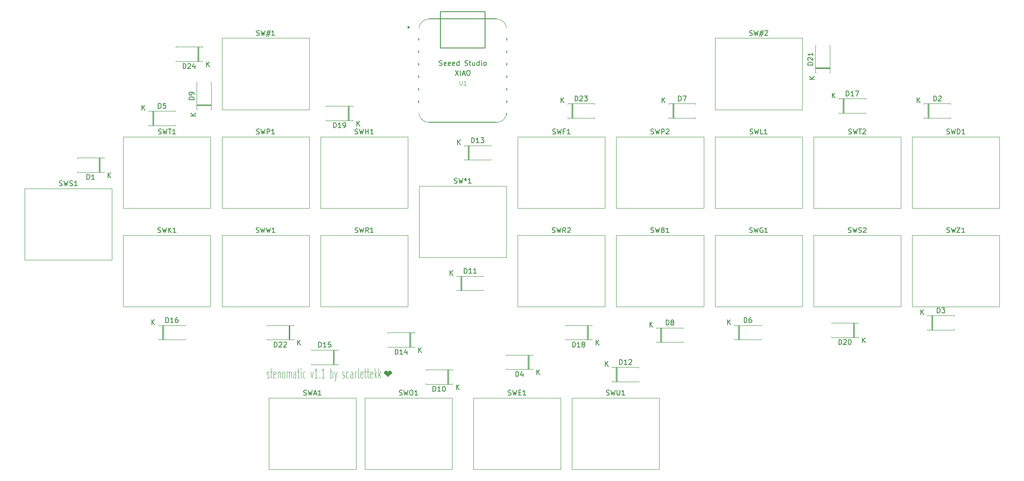
<source format=gbr>
%TF.GenerationSoftware,KiCad,Pcbnew,8.0.5*%
%TF.CreationDate,2024-10-09T19:36:39-04:00*%
%TF.ProjectId,board,626f6172-642e-46b6-9963-61645f706362,1*%
%TF.SameCoordinates,Original*%
%TF.FileFunction,Legend,Top*%
%TF.FilePolarity,Positive*%
%FSLAX46Y46*%
G04 Gerber Fmt 4.6, Leading zero omitted, Abs format (unit mm)*
G04 Created by KiCad (PCBNEW 8.0.5) date 2024-10-09 19:36:39*
%MOMM*%
%LPD*%
G01*
G04 APERTURE LIST*
%ADD10C,0.100000*%
%ADD11C,0.150000*%
%ADD12C,0.101600*%
%ADD13C,0.120000*%
%ADD14C,0.127000*%
%ADD15C,0.254000*%
%ADD16C,0.025400*%
%ADD17O,2.200000X2.200000*%
%ADD18R,2.200000X2.200000*%
%ADD19C,2.200000*%
%ADD20R,3.000000X2.000000*%
%ADD21C,1.500000*%
%ADD22R,1.300000X2.300000*%
G04 APERTURE END LIST*
D10*
X89256265Y-106154800D02*
X89351503Y-106250038D01*
X89351503Y-106250038D02*
X89541979Y-106250038D01*
X89541979Y-106250038D02*
X89637217Y-106154800D01*
X89637217Y-106154800D02*
X89684836Y-105964323D01*
X89684836Y-105964323D02*
X89684836Y-105869085D01*
X89684836Y-105869085D02*
X89637217Y-105678609D01*
X89637217Y-105678609D02*
X89541979Y-105583371D01*
X89541979Y-105583371D02*
X89399122Y-105583371D01*
X89399122Y-105583371D02*
X89303884Y-105488133D01*
X89303884Y-105488133D02*
X89256265Y-105297657D01*
X89256265Y-105297657D02*
X89256265Y-105202419D01*
X89256265Y-105202419D02*
X89303884Y-105011942D01*
X89303884Y-105011942D02*
X89399122Y-104916704D01*
X89399122Y-104916704D02*
X89541979Y-104916704D01*
X89541979Y-104916704D02*
X89637217Y-105011942D01*
X89970551Y-104916704D02*
X90351503Y-104916704D01*
X90113408Y-104250038D02*
X90113408Y-105964323D01*
X90113408Y-105964323D02*
X90161027Y-106154800D01*
X90161027Y-106154800D02*
X90256265Y-106250038D01*
X90256265Y-106250038D02*
X90351503Y-106250038D01*
X91065789Y-106154800D02*
X90970551Y-106250038D01*
X90970551Y-106250038D02*
X90780075Y-106250038D01*
X90780075Y-106250038D02*
X90684837Y-106154800D01*
X90684837Y-106154800D02*
X90637218Y-105964323D01*
X90637218Y-105964323D02*
X90637218Y-105202419D01*
X90637218Y-105202419D02*
X90684837Y-105011942D01*
X90684837Y-105011942D02*
X90780075Y-104916704D01*
X90780075Y-104916704D02*
X90970551Y-104916704D01*
X90970551Y-104916704D02*
X91065789Y-105011942D01*
X91065789Y-105011942D02*
X91113408Y-105202419D01*
X91113408Y-105202419D02*
X91113408Y-105392895D01*
X91113408Y-105392895D02*
X90637218Y-105583371D01*
X91541980Y-104916704D02*
X91541980Y-106250038D01*
X91541980Y-105107180D02*
X91589599Y-105011942D01*
X91589599Y-105011942D02*
X91684837Y-104916704D01*
X91684837Y-104916704D02*
X91827694Y-104916704D01*
X91827694Y-104916704D02*
X91922932Y-105011942D01*
X91922932Y-105011942D02*
X91970551Y-105202419D01*
X91970551Y-105202419D02*
X91970551Y-106250038D01*
X92589599Y-106250038D02*
X92494361Y-106154800D01*
X92494361Y-106154800D02*
X92446742Y-106059561D01*
X92446742Y-106059561D02*
X92399123Y-105869085D01*
X92399123Y-105869085D02*
X92399123Y-105297657D01*
X92399123Y-105297657D02*
X92446742Y-105107180D01*
X92446742Y-105107180D02*
X92494361Y-105011942D01*
X92494361Y-105011942D02*
X92589599Y-104916704D01*
X92589599Y-104916704D02*
X92732456Y-104916704D01*
X92732456Y-104916704D02*
X92827694Y-105011942D01*
X92827694Y-105011942D02*
X92875313Y-105107180D01*
X92875313Y-105107180D02*
X92922932Y-105297657D01*
X92922932Y-105297657D02*
X92922932Y-105869085D01*
X92922932Y-105869085D02*
X92875313Y-106059561D01*
X92875313Y-106059561D02*
X92827694Y-106154800D01*
X92827694Y-106154800D02*
X92732456Y-106250038D01*
X92732456Y-106250038D02*
X92589599Y-106250038D01*
X93351504Y-106250038D02*
X93351504Y-104916704D01*
X93351504Y-105107180D02*
X93399123Y-105011942D01*
X93399123Y-105011942D02*
X93494361Y-104916704D01*
X93494361Y-104916704D02*
X93637218Y-104916704D01*
X93637218Y-104916704D02*
X93732456Y-105011942D01*
X93732456Y-105011942D02*
X93780075Y-105202419D01*
X93780075Y-105202419D02*
X93780075Y-106250038D01*
X93780075Y-105202419D02*
X93827694Y-105011942D01*
X93827694Y-105011942D02*
X93922932Y-104916704D01*
X93922932Y-104916704D02*
X94065789Y-104916704D01*
X94065789Y-104916704D02*
X94161028Y-105011942D01*
X94161028Y-105011942D02*
X94208647Y-105202419D01*
X94208647Y-105202419D02*
X94208647Y-106250038D01*
X95113408Y-106250038D02*
X95113408Y-105202419D01*
X95113408Y-105202419D02*
X95065789Y-105011942D01*
X95065789Y-105011942D02*
X94970551Y-104916704D01*
X94970551Y-104916704D02*
X94780075Y-104916704D01*
X94780075Y-104916704D02*
X94684837Y-105011942D01*
X95113408Y-106154800D02*
X95018170Y-106250038D01*
X95018170Y-106250038D02*
X94780075Y-106250038D01*
X94780075Y-106250038D02*
X94684837Y-106154800D01*
X94684837Y-106154800D02*
X94637218Y-105964323D01*
X94637218Y-105964323D02*
X94637218Y-105773847D01*
X94637218Y-105773847D02*
X94684837Y-105583371D01*
X94684837Y-105583371D02*
X94780075Y-105488133D01*
X94780075Y-105488133D02*
X95018170Y-105488133D01*
X95018170Y-105488133D02*
X95113408Y-105392895D01*
X95446742Y-104916704D02*
X95827694Y-104916704D01*
X95589599Y-104250038D02*
X95589599Y-105964323D01*
X95589599Y-105964323D02*
X95637218Y-106154800D01*
X95637218Y-106154800D02*
X95732456Y-106250038D01*
X95732456Y-106250038D02*
X95827694Y-106250038D01*
X96161028Y-106250038D02*
X96161028Y-104916704D01*
X96161028Y-104250038D02*
X96113409Y-104345276D01*
X96113409Y-104345276D02*
X96161028Y-104440514D01*
X96161028Y-104440514D02*
X96208647Y-104345276D01*
X96208647Y-104345276D02*
X96161028Y-104250038D01*
X96161028Y-104250038D02*
X96161028Y-104440514D01*
X97065789Y-106154800D02*
X96970551Y-106250038D01*
X96970551Y-106250038D02*
X96780075Y-106250038D01*
X96780075Y-106250038D02*
X96684837Y-106154800D01*
X96684837Y-106154800D02*
X96637218Y-106059561D01*
X96637218Y-106059561D02*
X96589599Y-105869085D01*
X96589599Y-105869085D02*
X96589599Y-105297657D01*
X96589599Y-105297657D02*
X96637218Y-105107180D01*
X96637218Y-105107180D02*
X96684837Y-105011942D01*
X96684837Y-105011942D02*
X96780075Y-104916704D01*
X96780075Y-104916704D02*
X96970551Y-104916704D01*
X96970551Y-104916704D02*
X97065789Y-105011942D01*
X98161028Y-104916704D02*
X98399123Y-106250038D01*
X98399123Y-106250038D02*
X98637218Y-104916704D01*
X99541980Y-106250038D02*
X98970552Y-106250038D01*
X99256266Y-106250038D02*
X99256266Y-104250038D01*
X99256266Y-104250038D02*
X99161028Y-104535752D01*
X99161028Y-104535752D02*
X99065790Y-104726228D01*
X99065790Y-104726228D02*
X98970552Y-104821466D01*
X99970552Y-106059561D02*
X100018171Y-106154800D01*
X100018171Y-106154800D02*
X99970552Y-106250038D01*
X99970552Y-106250038D02*
X99922933Y-106154800D01*
X99922933Y-106154800D02*
X99970552Y-106059561D01*
X99970552Y-106059561D02*
X99970552Y-106250038D01*
X100970551Y-106250038D02*
X100399123Y-106250038D01*
X100684837Y-106250038D02*
X100684837Y-104250038D01*
X100684837Y-104250038D02*
X100589599Y-104535752D01*
X100589599Y-104535752D02*
X100494361Y-104726228D01*
X100494361Y-104726228D02*
X100399123Y-104821466D01*
X102161028Y-106250038D02*
X102161028Y-104250038D01*
X102161028Y-105011942D02*
X102256266Y-104916704D01*
X102256266Y-104916704D02*
X102446742Y-104916704D01*
X102446742Y-104916704D02*
X102541980Y-105011942D01*
X102541980Y-105011942D02*
X102589599Y-105107180D01*
X102589599Y-105107180D02*
X102637218Y-105297657D01*
X102637218Y-105297657D02*
X102637218Y-105869085D01*
X102637218Y-105869085D02*
X102589599Y-106059561D01*
X102589599Y-106059561D02*
X102541980Y-106154800D01*
X102541980Y-106154800D02*
X102446742Y-106250038D01*
X102446742Y-106250038D02*
X102256266Y-106250038D01*
X102256266Y-106250038D02*
X102161028Y-106154800D01*
X102970552Y-104916704D02*
X103208647Y-106250038D01*
X103446742Y-104916704D02*
X103208647Y-106250038D01*
X103208647Y-106250038D02*
X103113409Y-106726228D01*
X103113409Y-106726228D02*
X103065790Y-106821466D01*
X103065790Y-106821466D02*
X102970552Y-106916704D01*
X104541981Y-106154800D02*
X104637219Y-106250038D01*
X104637219Y-106250038D02*
X104827695Y-106250038D01*
X104827695Y-106250038D02*
X104922933Y-106154800D01*
X104922933Y-106154800D02*
X104970552Y-105964323D01*
X104970552Y-105964323D02*
X104970552Y-105869085D01*
X104970552Y-105869085D02*
X104922933Y-105678609D01*
X104922933Y-105678609D02*
X104827695Y-105583371D01*
X104827695Y-105583371D02*
X104684838Y-105583371D01*
X104684838Y-105583371D02*
X104589600Y-105488133D01*
X104589600Y-105488133D02*
X104541981Y-105297657D01*
X104541981Y-105297657D02*
X104541981Y-105202419D01*
X104541981Y-105202419D02*
X104589600Y-105011942D01*
X104589600Y-105011942D02*
X104684838Y-104916704D01*
X104684838Y-104916704D02*
X104827695Y-104916704D01*
X104827695Y-104916704D02*
X104922933Y-105011942D01*
X105827695Y-106154800D02*
X105732457Y-106250038D01*
X105732457Y-106250038D02*
X105541981Y-106250038D01*
X105541981Y-106250038D02*
X105446743Y-106154800D01*
X105446743Y-106154800D02*
X105399124Y-106059561D01*
X105399124Y-106059561D02*
X105351505Y-105869085D01*
X105351505Y-105869085D02*
X105351505Y-105297657D01*
X105351505Y-105297657D02*
X105399124Y-105107180D01*
X105399124Y-105107180D02*
X105446743Y-105011942D01*
X105446743Y-105011942D02*
X105541981Y-104916704D01*
X105541981Y-104916704D02*
X105732457Y-104916704D01*
X105732457Y-104916704D02*
X105827695Y-105011942D01*
X106684838Y-106250038D02*
X106684838Y-105202419D01*
X106684838Y-105202419D02*
X106637219Y-105011942D01*
X106637219Y-105011942D02*
X106541981Y-104916704D01*
X106541981Y-104916704D02*
X106351505Y-104916704D01*
X106351505Y-104916704D02*
X106256267Y-105011942D01*
X106684838Y-106154800D02*
X106589600Y-106250038D01*
X106589600Y-106250038D02*
X106351505Y-106250038D01*
X106351505Y-106250038D02*
X106256267Y-106154800D01*
X106256267Y-106154800D02*
X106208648Y-105964323D01*
X106208648Y-105964323D02*
X106208648Y-105773847D01*
X106208648Y-105773847D02*
X106256267Y-105583371D01*
X106256267Y-105583371D02*
X106351505Y-105488133D01*
X106351505Y-105488133D02*
X106589600Y-105488133D01*
X106589600Y-105488133D02*
X106684838Y-105392895D01*
X107161029Y-106250038D02*
X107161029Y-104916704D01*
X107161029Y-105297657D02*
X107208648Y-105107180D01*
X107208648Y-105107180D02*
X107256267Y-105011942D01*
X107256267Y-105011942D02*
X107351505Y-104916704D01*
X107351505Y-104916704D02*
X107446743Y-104916704D01*
X107922934Y-106250038D02*
X107827696Y-106154800D01*
X107827696Y-106154800D02*
X107780077Y-105964323D01*
X107780077Y-105964323D02*
X107780077Y-104250038D01*
X108684839Y-106154800D02*
X108589601Y-106250038D01*
X108589601Y-106250038D02*
X108399125Y-106250038D01*
X108399125Y-106250038D02*
X108303887Y-106154800D01*
X108303887Y-106154800D02*
X108256268Y-105964323D01*
X108256268Y-105964323D02*
X108256268Y-105202419D01*
X108256268Y-105202419D02*
X108303887Y-105011942D01*
X108303887Y-105011942D02*
X108399125Y-104916704D01*
X108399125Y-104916704D02*
X108589601Y-104916704D01*
X108589601Y-104916704D02*
X108684839Y-105011942D01*
X108684839Y-105011942D02*
X108732458Y-105202419D01*
X108732458Y-105202419D02*
X108732458Y-105392895D01*
X108732458Y-105392895D02*
X108256268Y-105583371D01*
X109018173Y-104916704D02*
X109399125Y-104916704D01*
X109161030Y-104250038D02*
X109161030Y-105964323D01*
X109161030Y-105964323D02*
X109208649Y-106154800D01*
X109208649Y-106154800D02*
X109303887Y-106250038D01*
X109303887Y-106250038D02*
X109399125Y-106250038D01*
X109589602Y-104916704D02*
X109970554Y-104916704D01*
X109732459Y-104250038D02*
X109732459Y-105964323D01*
X109732459Y-105964323D02*
X109780078Y-106154800D01*
X109780078Y-106154800D02*
X109875316Y-106250038D01*
X109875316Y-106250038D02*
X109970554Y-106250038D01*
X110684840Y-106154800D02*
X110589602Y-106250038D01*
X110589602Y-106250038D02*
X110399126Y-106250038D01*
X110399126Y-106250038D02*
X110303888Y-106154800D01*
X110303888Y-106154800D02*
X110256269Y-105964323D01*
X110256269Y-105964323D02*
X110256269Y-105202419D01*
X110256269Y-105202419D02*
X110303888Y-105011942D01*
X110303888Y-105011942D02*
X110399126Y-104916704D01*
X110399126Y-104916704D02*
X110589602Y-104916704D01*
X110589602Y-104916704D02*
X110684840Y-105011942D01*
X110684840Y-105011942D02*
X110732459Y-105202419D01*
X110732459Y-105202419D02*
X110732459Y-105392895D01*
X110732459Y-105392895D02*
X110256269Y-105583371D01*
X111161031Y-106250038D02*
X111161031Y-104250038D01*
X111256269Y-105488133D02*
X111541983Y-106250038D01*
X111541983Y-104916704D02*
X111161031Y-105678609D01*
X111970555Y-106250038D02*
X111970555Y-104250038D01*
X112065793Y-105488133D02*
X112351507Y-106250038D01*
X112351507Y-104916704D02*
X111970555Y-105678609D01*
G36*
X113846545Y-106015896D02*
G01*
X113794675Y-105932453D01*
X113728517Y-105848819D01*
X113648072Y-105764994D01*
X113573429Y-105697797D01*
X113489642Y-105630477D01*
X113396711Y-105563036D01*
X113294637Y-105495472D01*
X113267690Y-105478562D01*
X113188509Y-105419798D01*
X113121831Y-105344281D01*
X113077180Y-105248668D01*
X113064480Y-105154207D01*
X113074640Y-105056736D01*
X113093300Y-104992030D01*
X113140584Y-104903721D01*
X113179762Y-104856231D01*
X113255058Y-104793148D01*
X113306280Y-104763907D01*
X113401519Y-104736338D01*
X113455268Y-104732644D01*
X113556007Y-104746108D01*
X113604745Y-104763907D01*
X113687978Y-104815542D01*
X113732240Y-104856231D01*
X113791316Y-104936297D01*
X113817236Y-104992030D01*
X113842424Y-105090185D01*
X113846545Y-105154207D01*
X113857050Y-105054616D01*
X113876343Y-104992030D01*
X113923932Y-104902347D01*
X113961828Y-104856231D01*
X114037963Y-104792461D01*
X114089323Y-104763907D01*
X114184562Y-104736338D01*
X114238311Y-104732644D01*
X114339049Y-104746108D01*
X114387787Y-104763907D01*
X114470448Y-104816229D01*
X114513817Y-104856231D01*
X114575030Y-104937671D01*
X114600767Y-104992030D01*
X114624831Y-105087145D01*
X114629588Y-105154207D01*
X114613475Y-105261034D01*
X114565136Y-105355651D01*
X114495115Y-105429503D01*
X114425889Y-105478562D01*
X114321628Y-105546156D01*
X114226465Y-105613628D01*
X114140400Y-105680978D01*
X114063433Y-105748206D01*
X113980018Y-105832069D01*
X113910819Y-105915741D01*
X113855836Y-105999223D01*
X113846545Y-106015896D01*
G37*
D11*
X72285714Y-43424819D02*
X72285714Y-42424819D01*
X72285714Y-42424819D02*
X72523809Y-42424819D01*
X72523809Y-42424819D02*
X72666666Y-42472438D01*
X72666666Y-42472438D02*
X72761904Y-42567676D01*
X72761904Y-42567676D02*
X72809523Y-42662914D01*
X72809523Y-42662914D02*
X72857142Y-42853390D01*
X72857142Y-42853390D02*
X72857142Y-42996247D01*
X72857142Y-42996247D02*
X72809523Y-43186723D01*
X72809523Y-43186723D02*
X72761904Y-43281961D01*
X72761904Y-43281961D02*
X72666666Y-43377200D01*
X72666666Y-43377200D02*
X72523809Y-43424819D01*
X72523809Y-43424819D02*
X72285714Y-43424819D01*
X73238095Y-42520057D02*
X73285714Y-42472438D01*
X73285714Y-42472438D02*
X73380952Y-42424819D01*
X73380952Y-42424819D02*
X73619047Y-42424819D01*
X73619047Y-42424819D02*
X73714285Y-42472438D01*
X73714285Y-42472438D02*
X73761904Y-42520057D01*
X73761904Y-42520057D02*
X73809523Y-42615295D01*
X73809523Y-42615295D02*
X73809523Y-42710533D01*
X73809523Y-42710533D02*
X73761904Y-42853390D01*
X73761904Y-42853390D02*
X73190476Y-43424819D01*
X73190476Y-43424819D02*
X73809523Y-43424819D01*
X74666666Y-42758152D02*
X74666666Y-43424819D01*
X74428571Y-42377200D02*
X74190476Y-43091485D01*
X74190476Y-43091485D02*
X74809523Y-43091485D01*
X77048095Y-43054819D02*
X77048095Y-42054819D01*
X77619523Y-43054819D02*
X77190952Y-42483390D01*
X77619523Y-42054819D02*
X77048095Y-42626247D01*
X151785714Y-49984819D02*
X151785714Y-48984819D01*
X151785714Y-48984819D02*
X152023809Y-48984819D01*
X152023809Y-48984819D02*
X152166666Y-49032438D01*
X152166666Y-49032438D02*
X152261904Y-49127676D01*
X152261904Y-49127676D02*
X152309523Y-49222914D01*
X152309523Y-49222914D02*
X152357142Y-49413390D01*
X152357142Y-49413390D02*
X152357142Y-49556247D01*
X152357142Y-49556247D02*
X152309523Y-49746723D01*
X152309523Y-49746723D02*
X152261904Y-49841961D01*
X152261904Y-49841961D02*
X152166666Y-49937200D01*
X152166666Y-49937200D02*
X152023809Y-49984819D01*
X152023809Y-49984819D02*
X151785714Y-49984819D01*
X152738095Y-49080057D02*
X152785714Y-49032438D01*
X152785714Y-49032438D02*
X152880952Y-48984819D01*
X152880952Y-48984819D02*
X153119047Y-48984819D01*
X153119047Y-48984819D02*
X153214285Y-49032438D01*
X153214285Y-49032438D02*
X153261904Y-49080057D01*
X153261904Y-49080057D02*
X153309523Y-49175295D01*
X153309523Y-49175295D02*
X153309523Y-49270533D01*
X153309523Y-49270533D02*
X153261904Y-49413390D01*
X153261904Y-49413390D02*
X152690476Y-49984819D01*
X152690476Y-49984819D02*
X153309523Y-49984819D01*
X153642857Y-48984819D02*
X154261904Y-48984819D01*
X154261904Y-48984819D02*
X153928571Y-49365771D01*
X153928571Y-49365771D02*
X154071428Y-49365771D01*
X154071428Y-49365771D02*
X154166666Y-49413390D01*
X154166666Y-49413390D02*
X154214285Y-49461009D01*
X154214285Y-49461009D02*
X154261904Y-49556247D01*
X154261904Y-49556247D02*
X154261904Y-49794342D01*
X154261904Y-49794342D02*
X154214285Y-49889580D01*
X154214285Y-49889580D02*
X154166666Y-49937200D01*
X154166666Y-49937200D02*
X154071428Y-49984819D01*
X154071428Y-49984819D02*
X153785714Y-49984819D01*
X153785714Y-49984819D02*
X153690476Y-49937200D01*
X153690476Y-49937200D02*
X153642857Y-49889580D01*
X148928095Y-50354819D02*
X148928095Y-49354819D01*
X149499523Y-50354819D02*
X149070952Y-49783390D01*
X149499523Y-49354819D02*
X148928095Y-49926247D01*
X90785714Y-99924819D02*
X90785714Y-98924819D01*
X90785714Y-98924819D02*
X91023809Y-98924819D01*
X91023809Y-98924819D02*
X91166666Y-98972438D01*
X91166666Y-98972438D02*
X91261904Y-99067676D01*
X91261904Y-99067676D02*
X91309523Y-99162914D01*
X91309523Y-99162914D02*
X91357142Y-99353390D01*
X91357142Y-99353390D02*
X91357142Y-99496247D01*
X91357142Y-99496247D02*
X91309523Y-99686723D01*
X91309523Y-99686723D02*
X91261904Y-99781961D01*
X91261904Y-99781961D02*
X91166666Y-99877200D01*
X91166666Y-99877200D02*
X91023809Y-99924819D01*
X91023809Y-99924819D02*
X90785714Y-99924819D01*
X91738095Y-99020057D02*
X91785714Y-98972438D01*
X91785714Y-98972438D02*
X91880952Y-98924819D01*
X91880952Y-98924819D02*
X92119047Y-98924819D01*
X92119047Y-98924819D02*
X92214285Y-98972438D01*
X92214285Y-98972438D02*
X92261904Y-99020057D01*
X92261904Y-99020057D02*
X92309523Y-99115295D01*
X92309523Y-99115295D02*
X92309523Y-99210533D01*
X92309523Y-99210533D02*
X92261904Y-99353390D01*
X92261904Y-99353390D02*
X91690476Y-99924819D01*
X91690476Y-99924819D02*
X92309523Y-99924819D01*
X92690476Y-99020057D02*
X92738095Y-98972438D01*
X92738095Y-98972438D02*
X92833333Y-98924819D01*
X92833333Y-98924819D02*
X93071428Y-98924819D01*
X93071428Y-98924819D02*
X93166666Y-98972438D01*
X93166666Y-98972438D02*
X93214285Y-99020057D01*
X93214285Y-99020057D02*
X93261904Y-99115295D01*
X93261904Y-99115295D02*
X93261904Y-99210533D01*
X93261904Y-99210533D02*
X93214285Y-99353390D01*
X93214285Y-99353390D02*
X92642857Y-99924819D01*
X92642857Y-99924819D02*
X93261904Y-99924819D01*
X95548095Y-99554819D02*
X95548095Y-98554819D01*
X96119523Y-99554819D02*
X95690952Y-98983390D01*
X96119523Y-98554819D02*
X95548095Y-99126247D01*
X199984819Y-42714285D02*
X198984819Y-42714285D01*
X198984819Y-42714285D02*
X198984819Y-42476190D01*
X198984819Y-42476190D02*
X199032438Y-42333333D01*
X199032438Y-42333333D02*
X199127676Y-42238095D01*
X199127676Y-42238095D02*
X199222914Y-42190476D01*
X199222914Y-42190476D02*
X199413390Y-42142857D01*
X199413390Y-42142857D02*
X199556247Y-42142857D01*
X199556247Y-42142857D02*
X199746723Y-42190476D01*
X199746723Y-42190476D02*
X199841961Y-42238095D01*
X199841961Y-42238095D02*
X199937200Y-42333333D01*
X199937200Y-42333333D02*
X199984819Y-42476190D01*
X199984819Y-42476190D02*
X199984819Y-42714285D01*
X199080057Y-41761904D02*
X199032438Y-41714285D01*
X199032438Y-41714285D02*
X198984819Y-41619047D01*
X198984819Y-41619047D02*
X198984819Y-41380952D01*
X198984819Y-41380952D02*
X199032438Y-41285714D01*
X199032438Y-41285714D02*
X199080057Y-41238095D01*
X199080057Y-41238095D02*
X199175295Y-41190476D01*
X199175295Y-41190476D02*
X199270533Y-41190476D01*
X199270533Y-41190476D02*
X199413390Y-41238095D01*
X199413390Y-41238095D02*
X199984819Y-41809523D01*
X199984819Y-41809523D02*
X199984819Y-41190476D01*
X199984819Y-40238095D02*
X199984819Y-40809523D01*
X199984819Y-40523809D02*
X198984819Y-40523809D01*
X198984819Y-40523809D02*
X199127676Y-40619047D01*
X199127676Y-40619047D02*
X199222914Y-40714285D01*
X199222914Y-40714285D02*
X199270533Y-40809523D01*
X200354819Y-45571904D02*
X199354819Y-45571904D01*
X200354819Y-45000476D02*
X199783390Y-45429047D01*
X199354819Y-45000476D02*
X199926247Y-45571904D01*
X205285714Y-99424819D02*
X205285714Y-98424819D01*
X205285714Y-98424819D02*
X205523809Y-98424819D01*
X205523809Y-98424819D02*
X205666666Y-98472438D01*
X205666666Y-98472438D02*
X205761904Y-98567676D01*
X205761904Y-98567676D02*
X205809523Y-98662914D01*
X205809523Y-98662914D02*
X205857142Y-98853390D01*
X205857142Y-98853390D02*
X205857142Y-98996247D01*
X205857142Y-98996247D02*
X205809523Y-99186723D01*
X205809523Y-99186723D02*
X205761904Y-99281961D01*
X205761904Y-99281961D02*
X205666666Y-99377200D01*
X205666666Y-99377200D02*
X205523809Y-99424819D01*
X205523809Y-99424819D02*
X205285714Y-99424819D01*
X206238095Y-98520057D02*
X206285714Y-98472438D01*
X206285714Y-98472438D02*
X206380952Y-98424819D01*
X206380952Y-98424819D02*
X206619047Y-98424819D01*
X206619047Y-98424819D02*
X206714285Y-98472438D01*
X206714285Y-98472438D02*
X206761904Y-98520057D01*
X206761904Y-98520057D02*
X206809523Y-98615295D01*
X206809523Y-98615295D02*
X206809523Y-98710533D01*
X206809523Y-98710533D02*
X206761904Y-98853390D01*
X206761904Y-98853390D02*
X206190476Y-99424819D01*
X206190476Y-99424819D02*
X206809523Y-99424819D01*
X207428571Y-98424819D02*
X207523809Y-98424819D01*
X207523809Y-98424819D02*
X207619047Y-98472438D01*
X207619047Y-98472438D02*
X207666666Y-98520057D01*
X207666666Y-98520057D02*
X207714285Y-98615295D01*
X207714285Y-98615295D02*
X207761904Y-98805771D01*
X207761904Y-98805771D02*
X207761904Y-99043866D01*
X207761904Y-99043866D02*
X207714285Y-99234342D01*
X207714285Y-99234342D02*
X207666666Y-99329580D01*
X207666666Y-99329580D02*
X207619047Y-99377200D01*
X207619047Y-99377200D02*
X207523809Y-99424819D01*
X207523809Y-99424819D02*
X207428571Y-99424819D01*
X207428571Y-99424819D02*
X207333333Y-99377200D01*
X207333333Y-99377200D02*
X207285714Y-99329580D01*
X207285714Y-99329580D02*
X207238095Y-99234342D01*
X207238095Y-99234342D02*
X207190476Y-99043866D01*
X207190476Y-99043866D02*
X207190476Y-98805771D01*
X207190476Y-98805771D02*
X207238095Y-98615295D01*
X207238095Y-98615295D02*
X207285714Y-98520057D01*
X207285714Y-98520057D02*
X207333333Y-98472438D01*
X207333333Y-98472438D02*
X207428571Y-98424819D01*
X210048095Y-99054819D02*
X210048095Y-98054819D01*
X210619523Y-99054819D02*
X210190952Y-98483390D01*
X210619523Y-98054819D02*
X210048095Y-98626247D01*
X102785714Y-55424819D02*
X102785714Y-54424819D01*
X102785714Y-54424819D02*
X103023809Y-54424819D01*
X103023809Y-54424819D02*
X103166666Y-54472438D01*
X103166666Y-54472438D02*
X103261904Y-54567676D01*
X103261904Y-54567676D02*
X103309523Y-54662914D01*
X103309523Y-54662914D02*
X103357142Y-54853390D01*
X103357142Y-54853390D02*
X103357142Y-54996247D01*
X103357142Y-54996247D02*
X103309523Y-55186723D01*
X103309523Y-55186723D02*
X103261904Y-55281961D01*
X103261904Y-55281961D02*
X103166666Y-55377200D01*
X103166666Y-55377200D02*
X103023809Y-55424819D01*
X103023809Y-55424819D02*
X102785714Y-55424819D01*
X104309523Y-55424819D02*
X103738095Y-55424819D01*
X104023809Y-55424819D02*
X104023809Y-54424819D01*
X104023809Y-54424819D02*
X103928571Y-54567676D01*
X103928571Y-54567676D02*
X103833333Y-54662914D01*
X103833333Y-54662914D02*
X103738095Y-54710533D01*
X104785714Y-55424819D02*
X104976190Y-55424819D01*
X104976190Y-55424819D02*
X105071428Y-55377200D01*
X105071428Y-55377200D02*
X105119047Y-55329580D01*
X105119047Y-55329580D02*
X105214285Y-55186723D01*
X105214285Y-55186723D02*
X105261904Y-54996247D01*
X105261904Y-54996247D02*
X105261904Y-54615295D01*
X105261904Y-54615295D02*
X105214285Y-54520057D01*
X105214285Y-54520057D02*
X105166666Y-54472438D01*
X105166666Y-54472438D02*
X105071428Y-54424819D01*
X105071428Y-54424819D02*
X104880952Y-54424819D01*
X104880952Y-54424819D02*
X104785714Y-54472438D01*
X104785714Y-54472438D02*
X104738095Y-54520057D01*
X104738095Y-54520057D02*
X104690476Y-54615295D01*
X104690476Y-54615295D02*
X104690476Y-54853390D01*
X104690476Y-54853390D02*
X104738095Y-54948628D01*
X104738095Y-54948628D02*
X104785714Y-54996247D01*
X104785714Y-54996247D02*
X104880952Y-55043866D01*
X104880952Y-55043866D02*
X105071428Y-55043866D01*
X105071428Y-55043866D02*
X105166666Y-54996247D01*
X105166666Y-54996247D02*
X105214285Y-54948628D01*
X105214285Y-54948628D02*
X105261904Y-54853390D01*
X107548095Y-55054819D02*
X107548095Y-54054819D01*
X108119523Y-55054819D02*
X107690952Y-54483390D01*
X108119523Y-54054819D02*
X107548095Y-54626247D01*
X151285714Y-99924819D02*
X151285714Y-98924819D01*
X151285714Y-98924819D02*
X151523809Y-98924819D01*
X151523809Y-98924819D02*
X151666666Y-98972438D01*
X151666666Y-98972438D02*
X151761904Y-99067676D01*
X151761904Y-99067676D02*
X151809523Y-99162914D01*
X151809523Y-99162914D02*
X151857142Y-99353390D01*
X151857142Y-99353390D02*
X151857142Y-99496247D01*
X151857142Y-99496247D02*
X151809523Y-99686723D01*
X151809523Y-99686723D02*
X151761904Y-99781961D01*
X151761904Y-99781961D02*
X151666666Y-99877200D01*
X151666666Y-99877200D02*
X151523809Y-99924819D01*
X151523809Y-99924819D02*
X151285714Y-99924819D01*
X152809523Y-99924819D02*
X152238095Y-99924819D01*
X152523809Y-99924819D02*
X152523809Y-98924819D01*
X152523809Y-98924819D02*
X152428571Y-99067676D01*
X152428571Y-99067676D02*
X152333333Y-99162914D01*
X152333333Y-99162914D02*
X152238095Y-99210533D01*
X153380952Y-99353390D02*
X153285714Y-99305771D01*
X153285714Y-99305771D02*
X153238095Y-99258152D01*
X153238095Y-99258152D02*
X153190476Y-99162914D01*
X153190476Y-99162914D02*
X153190476Y-99115295D01*
X153190476Y-99115295D02*
X153238095Y-99020057D01*
X153238095Y-99020057D02*
X153285714Y-98972438D01*
X153285714Y-98972438D02*
X153380952Y-98924819D01*
X153380952Y-98924819D02*
X153571428Y-98924819D01*
X153571428Y-98924819D02*
X153666666Y-98972438D01*
X153666666Y-98972438D02*
X153714285Y-99020057D01*
X153714285Y-99020057D02*
X153761904Y-99115295D01*
X153761904Y-99115295D02*
X153761904Y-99162914D01*
X153761904Y-99162914D02*
X153714285Y-99258152D01*
X153714285Y-99258152D02*
X153666666Y-99305771D01*
X153666666Y-99305771D02*
X153571428Y-99353390D01*
X153571428Y-99353390D02*
X153380952Y-99353390D01*
X153380952Y-99353390D02*
X153285714Y-99401009D01*
X153285714Y-99401009D02*
X153238095Y-99448628D01*
X153238095Y-99448628D02*
X153190476Y-99543866D01*
X153190476Y-99543866D02*
X153190476Y-99734342D01*
X153190476Y-99734342D02*
X153238095Y-99829580D01*
X153238095Y-99829580D02*
X153285714Y-99877200D01*
X153285714Y-99877200D02*
X153380952Y-99924819D01*
X153380952Y-99924819D02*
X153571428Y-99924819D01*
X153571428Y-99924819D02*
X153666666Y-99877200D01*
X153666666Y-99877200D02*
X153714285Y-99829580D01*
X153714285Y-99829580D02*
X153761904Y-99734342D01*
X153761904Y-99734342D02*
X153761904Y-99543866D01*
X153761904Y-99543866D02*
X153714285Y-99448628D01*
X153714285Y-99448628D02*
X153666666Y-99401009D01*
X153666666Y-99401009D02*
X153571428Y-99353390D01*
X156048095Y-99554819D02*
X156048095Y-98554819D01*
X156619523Y-99554819D02*
X156190952Y-98983390D01*
X156619523Y-98554819D02*
X156048095Y-99126247D01*
X206785714Y-48984819D02*
X206785714Y-47984819D01*
X206785714Y-47984819D02*
X207023809Y-47984819D01*
X207023809Y-47984819D02*
X207166666Y-48032438D01*
X207166666Y-48032438D02*
X207261904Y-48127676D01*
X207261904Y-48127676D02*
X207309523Y-48222914D01*
X207309523Y-48222914D02*
X207357142Y-48413390D01*
X207357142Y-48413390D02*
X207357142Y-48556247D01*
X207357142Y-48556247D02*
X207309523Y-48746723D01*
X207309523Y-48746723D02*
X207261904Y-48841961D01*
X207261904Y-48841961D02*
X207166666Y-48937200D01*
X207166666Y-48937200D02*
X207023809Y-48984819D01*
X207023809Y-48984819D02*
X206785714Y-48984819D01*
X208309523Y-48984819D02*
X207738095Y-48984819D01*
X208023809Y-48984819D02*
X208023809Y-47984819D01*
X208023809Y-47984819D02*
X207928571Y-48127676D01*
X207928571Y-48127676D02*
X207833333Y-48222914D01*
X207833333Y-48222914D02*
X207738095Y-48270533D01*
X208642857Y-47984819D02*
X209309523Y-47984819D01*
X209309523Y-47984819D02*
X208880952Y-48984819D01*
X203928095Y-49354819D02*
X203928095Y-48354819D01*
X204499523Y-49354819D02*
X204070952Y-48783390D01*
X204499523Y-48354819D02*
X203928095Y-48926247D01*
X68785714Y-94984819D02*
X68785714Y-93984819D01*
X68785714Y-93984819D02*
X69023809Y-93984819D01*
X69023809Y-93984819D02*
X69166666Y-94032438D01*
X69166666Y-94032438D02*
X69261904Y-94127676D01*
X69261904Y-94127676D02*
X69309523Y-94222914D01*
X69309523Y-94222914D02*
X69357142Y-94413390D01*
X69357142Y-94413390D02*
X69357142Y-94556247D01*
X69357142Y-94556247D02*
X69309523Y-94746723D01*
X69309523Y-94746723D02*
X69261904Y-94841961D01*
X69261904Y-94841961D02*
X69166666Y-94937200D01*
X69166666Y-94937200D02*
X69023809Y-94984819D01*
X69023809Y-94984819D02*
X68785714Y-94984819D01*
X70309523Y-94984819D02*
X69738095Y-94984819D01*
X70023809Y-94984819D02*
X70023809Y-93984819D01*
X70023809Y-93984819D02*
X69928571Y-94127676D01*
X69928571Y-94127676D02*
X69833333Y-94222914D01*
X69833333Y-94222914D02*
X69738095Y-94270533D01*
X71166666Y-93984819D02*
X70976190Y-93984819D01*
X70976190Y-93984819D02*
X70880952Y-94032438D01*
X70880952Y-94032438D02*
X70833333Y-94080057D01*
X70833333Y-94080057D02*
X70738095Y-94222914D01*
X70738095Y-94222914D02*
X70690476Y-94413390D01*
X70690476Y-94413390D02*
X70690476Y-94794342D01*
X70690476Y-94794342D02*
X70738095Y-94889580D01*
X70738095Y-94889580D02*
X70785714Y-94937200D01*
X70785714Y-94937200D02*
X70880952Y-94984819D01*
X70880952Y-94984819D02*
X71071428Y-94984819D01*
X71071428Y-94984819D02*
X71166666Y-94937200D01*
X71166666Y-94937200D02*
X71214285Y-94889580D01*
X71214285Y-94889580D02*
X71261904Y-94794342D01*
X71261904Y-94794342D02*
X71261904Y-94556247D01*
X71261904Y-94556247D02*
X71214285Y-94461009D01*
X71214285Y-94461009D02*
X71166666Y-94413390D01*
X71166666Y-94413390D02*
X71071428Y-94365771D01*
X71071428Y-94365771D02*
X70880952Y-94365771D01*
X70880952Y-94365771D02*
X70785714Y-94413390D01*
X70785714Y-94413390D02*
X70738095Y-94461009D01*
X70738095Y-94461009D02*
X70690476Y-94556247D01*
X65928095Y-95354819D02*
X65928095Y-94354819D01*
X66499523Y-95354819D02*
X66070952Y-94783390D01*
X66499523Y-94354819D02*
X65928095Y-94926247D01*
X99785714Y-99954819D02*
X99785714Y-98954819D01*
X99785714Y-98954819D02*
X100023809Y-98954819D01*
X100023809Y-98954819D02*
X100166666Y-99002438D01*
X100166666Y-99002438D02*
X100261904Y-99097676D01*
X100261904Y-99097676D02*
X100309523Y-99192914D01*
X100309523Y-99192914D02*
X100357142Y-99383390D01*
X100357142Y-99383390D02*
X100357142Y-99526247D01*
X100357142Y-99526247D02*
X100309523Y-99716723D01*
X100309523Y-99716723D02*
X100261904Y-99811961D01*
X100261904Y-99811961D02*
X100166666Y-99907200D01*
X100166666Y-99907200D02*
X100023809Y-99954819D01*
X100023809Y-99954819D02*
X99785714Y-99954819D01*
X101309523Y-99954819D02*
X100738095Y-99954819D01*
X101023809Y-99954819D02*
X101023809Y-98954819D01*
X101023809Y-98954819D02*
X100928571Y-99097676D01*
X100928571Y-99097676D02*
X100833333Y-99192914D01*
X100833333Y-99192914D02*
X100738095Y-99240533D01*
X102214285Y-98954819D02*
X101738095Y-98954819D01*
X101738095Y-98954819D02*
X101690476Y-99431009D01*
X101690476Y-99431009D02*
X101738095Y-99383390D01*
X101738095Y-99383390D02*
X101833333Y-99335771D01*
X101833333Y-99335771D02*
X102071428Y-99335771D01*
X102071428Y-99335771D02*
X102166666Y-99383390D01*
X102166666Y-99383390D02*
X102214285Y-99431009D01*
X102214285Y-99431009D02*
X102261904Y-99526247D01*
X102261904Y-99526247D02*
X102261904Y-99764342D01*
X102261904Y-99764342D02*
X102214285Y-99859580D01*
X102214285Y-99859580D02*
X102166666Y-99907200D01*
X102166666Y-99907200D02*
X102071428Y-99954819D01*
X102071428Y-99954819D02*
X101833333Y-99954819D01*
X101833333Y-99954819D02*
X101738095Y-99907200D01*
X101738095Y-99907200D02*
X101690476Y-99859580D01*
X115285714Y-101424819D02*
X115285714Y-100424819D01*
X115285714Y-100424819D02*
X115523809Y-100424819D01*
X115523809Y-100424819D02*
X115666666Y-100472438D01*
X115666666Y-100472438D02*
X115761904Y-100567676D01*
X115761904Y-100567676D02*
X115809523Y-100662914D01*
X115809523Y-100662914D02*
X115857142Y-100853390D01*
X115857142Y-100853390D02*
X115857142Y-100996247D01*
X115857142Y-100996247D02*
X115809523Y-101186723D01*
X115809523Y-101186723D02*
X115761904Y-101281961D01*
X115761904Y-101281961D02*
X115666666Y-101377200D01*
X115666666Y-101377200D02*
X115523809Y-101424819D01*
X115523809Y-101424819D02*
X115285714Y-101424819D01*
X116809523Y-101424819D02*
X116238095Y-101424819D01*
X116523809Y-101424819D02*
X116523809Y-100424819D01*
X116523809Y-100424819D02*
X116428571Y-100567676D01*
X116428571Y-100567676D02*
X116333333Y-100662914D01*
X116333333Y-100662914D02*
X116238095Y-100710533D01*
X117666666Y-100758152D02*
X117666666Y-101424819D01*
X117428571Y-100377200D02*
X117190476Y-101091485D01*
X117190476Y-101091485D02*
X117809523Y-101091485D01*
X120048095Y-101054819D02*
X120048095Y-100054819D01*
X120619523Y-101054819D02*
X120190952Y-100483390D01*
X120619523Y-100054819D02*
X120048095Y-100626247D01*
X130785714Y-58484819D02*
X130785714Y-57484819D01*
X130785714Y-57484819D02*
X131023809Y-57484819D01*
X131023809Y-57484819D02*
X131166666Y-57532438D01*
X131166666Y-57532438D02*
X131261904Y-57627676D01*
X131261904Y-57627676D02*
X131309523Y-57722914D01*
X131309523Y-57722914D02*
X131357142Y-57913390D01*
X131357142Y-57913390D02*
X131357142Y-58056247D01*
X131357142Y-58056247D02*
X131309523Y-58246723D01*
X131309523Y-58246723D02*
X131261904Y-58341961D01*
X131261904Y-58341961D02*
X131166666Y-58437200D01*
X131166666Y-58437200D02*
X131023809Y-58484819D01*
X131023809Y-58484819D02*
X130785714Y-58484819D01*
X132309523Y-58484819D02*
X131738095Y-58484819D01*
X132023809Y-58484819D02*
X132023809Y-57484819D01*
X132023809Y-57484819D02*
X131928571Y-57627676D01*
X131928571Y-57627676D02*
X131833333Y-57722914D01*
X131833333Y-57722914D02*
X131738095Y-57770533D01*
X132642857Y-57484819D02*
X133261904Y-57484819D01*
X133261904Y-57484819D02*
X132928571Y-57865771D01*
X132928571Y-57865771D02*
X133071428Y-57865771D01*
X133071428Y-57865771D02*
X133166666Y-57913390D01*
X133166666Y-57913390D02*
X133214285Y-57961009D01*
X133214285Y-57961009D02*
X133261904Y-58056247D01*
X133261904Y-58056247D02*
X133261904Y-58294342D01*
X133261904Y-58294342D02*
X133214285Y-58389580D01*
X133214285Y-58389580D02*
X133166666Y-58437200D01*
X133166666Y-58437200D02*
X133071428Y-58484819D01*
X133071428Y-58484819D02*
X132785714Y-58484819D01*
X132785714Y-58484819D02*
X132690476Y-58437200D01*
X132690476Y-58437200D02*
X132642857Y-58389580D01*
X127928095Y-58854819D02*
X127928095Y-57854819D01*
X128499523Y-58854819D02*
X128070952Y-58283390D01*
X128499523Y-57854819D02*
X127928095Y-58426247D01*
X160785714Y-103484819D02*
X160785714Y-102484819D01*
X160785714Y-102484819D02*
X161023809Y-102484819D01*
X161023809Y-102484819D02*
X161166666Y-102532438D01*
X161166666Y-102532438D02*
X161261904Y-102627676D01*
X161261904Y-102627676D02*
X161309523Y-102722914D01*
X161309523Y-102722914D02*
X161357142Y-102913390D01*
X161357142Y-102913390D02*
X161357142Y-103056247D01*
X161357142Y-103056247D02*
X161309523Y-103246723D01*
X161309523Y-103246723D02*
X161261904Y-103341961D01*
X161261904Y-103341961D02*
X161166666Y-103437200D01*
X161166666Y-103437200D02*
X161023809Y-103484819D01*
X161023809Y-103484819D02*
X160785714Y-103484819D01*
X162309523Y-103484819D02*
X161738095Y-103484819D01*
X162023809Y-103484819D02*
X162023809Y-102484819D01*
X162023809Y-102484819D02*
X161928571Y-102627676D01*
X161928571Y-102627676D02*
X161833333Y-102722914D01*
X161833333Y-102722914D02*
X161738095Y-102770533D01*
X162690476Y-102580057D02*
X162738095Y-102532438D01*
X162738095Y-102532438D02*
X162833333Y-102484819D01*
X162833333Y-102484819D02*
X163071428Y-102484819D01*
X163071428Y-102484819D02*
X163166666Y-102532438D01*
X163166666Y-102532438D02*
X163214285Y-102580057D01*
X163214285Y-102580057D02*
X163261904Y-102675295D01*
X163261904Y-102675295D02*
X163261904Y-102770533D01*
X163261904Y-102770533D02*
X163214285Y-102913390D01*
X163214285Y-102913390D02*
X162642857Y-103484819D01*
X162642857Y-103484819D02*
X163261904Y-103484819D01*
X157928095Y-103854819D02*
X157928095Y-102854819D01*
X158499523Y-103854819D02*
X158070952Y-103283390D01*
X158499523Y-102854819D02*
X157928095Y-103426247D01*
X129285714Y-84984819D02*
X129285714Y-83984819D01*
X129285714Y-83984819D02*
X129523809Y-83984819D01*
X129523809Y-83984819D02*
X129666666Y-84032438D01*
X129666666Y-84032438D02*
X129761904Y-84127676D01*
X129761904Y-84127676D02*
X129809523Y-84222914D01*
X129809523Y-84222914D02*
X129857142Y-84413390D01*
X129857142Y-84413390D02*
X129857142Y-84556247D01*
X129857142Y-84556247D02*
X129809523Y-84746723D01*
X129809523Y-84746723D02*
X129761904Y-84841961D01*
X129761904Y-84841961D02*
X129666666Y-84937200D01*
X129666666Y-84937200D02*
X129523809Y-84984819D01*
X129523809Y-84984819D02*
X129285714Y-84984819D01*
X130809523Y-84984819D02*
X130238095Y-84984819D01*
X130523809Y-84984819D02*
X130523809Y-83984819D01*
X130523809Y-83984819D02*
X130428571Y-84127676D01*
X130428571Y-84127676D02*
X130333333Y-84222914D01*
X130333333Y-84222914D02*
X130238095Y-84270533D01*
X131761904Y-84984819D02*
X131190476Y-84984819D01*
X131476190Y-84984819D02*
X131476190Y-83984819D01*
X131476190Y-83984819D02*
X131380952Y-84127676D01*
X131380952Y-84127676D02*
X131285714Y-84222914D01*
X131285714Y-84222914D02*
X131190476Y-84270533D01*
X126428095Y-85354819D02*
X126428095Y-84354819D01*
X126999523Y-85354819D02*
X126570952Y-84783390D01*
X126999523Y-84354819D02*
X126428095Y-84926247D01*
X122975714Y-108924819D02*
X122975714Y-107924819D01*
X122975714Y-107924819D02*
X123213809Y-107924819D01*
X123213809Y-107924819D02*
X123356666Y-107972438D01*
X123356666Y-107972438D02*
X123451904Y-108067676D01*
X123451904Y-108067676D02*
X123499523Y-108162914D01*
X123499523Y-108162914D02*
X123547142Y-108353390D01*
X123547142Y-108353390D02*
X123547142Y-108496247D01*
X123547142Y-108496247D02*
X123499523Y-108686723D01*
X123499523Y-108686723D02*
X123451904Y-108781961D01*
X123451904Y-108781961D02*
X123356666Y-108877200D01*
X123356666Y-108877200D02*
X123213809Y-108924819D01*
X123213809Y-108924819D02*
X122975714Y-108924819D01*
X124499523Y-108924819D02*
X123928095Y-108924819D01*
X124213809Y-108924819D02*
X124213809Y-107924819D01*
X124213809Y-107924819D02*
X124118571Y-108067676D01*
X124118571Y-108067676D02*
X124023333Y-108162914D01*
X124023333Y-108162914D02*
X123928095Y-108210533D01*
X125118571Y-107924819D02*
X125213809Y-107924819D01*
X125213809Y-107924819D02*
X125309047Y-107972438D01*
X125309047Y-107972438D02*
X125356666Y-108020057D01*
X125356666Y-108020057D02*
X125404285Y-108115295D01*
X125404285Y-108115295D02*
X125451904Y-108305771D01*
X125451904Y-108305771D02*
X125451904Y-108543866D01*
X125451904Y-108543866D02*
X125404285Y-108734342D01*
X125404285Y-108734342D02*
X125356666Y-108829580D01*
X125356666Y-108829580D02*
X125309047Y-108877200D01*
X125309047Y-108877200D02*
X125213809Y-108924819D01*
X125213809Y-108924819D02*
X125118571Y-108924819D01*
X125118571Y-108924819D02*
X125023333Y-108877200D01*
X125023333Y-108877200D02*
X124975714Y-108829580D01*
X124975714Y-108829580D02*
X124928095Y-108734342D01*
X124928095Y-108734342D02*
X124880476Y-108543866D01*
X124880476Y-108543866D02*
X124880476Y-108305771D01*
X124880476Y-108305771D02*
X124928095Y-108115295D01*
X124928095Y-108115295D02*
X124975714Y-108020057D01*
X124975714Y-108020057D02*
X125023333Y-107972438D01*
X125023333Y-107972438D02*
X125118571Y-107924819D01*
X127738095Y-108554819D02*
X127738095Y-107554819D01*
X128309523Y-108554819D02*
X127880952Y-107983390D01*
X128309523Y-107554819D02*
X127738095Y-108126247D01*
X74484819Y-49738094D02*
X73484819Y-49738094D01*
X73484819Y-49738094D02*
X73484819Y-49499999D01*
X73484819Y-49499999D02*
X73532438Y-49357142D01*
X73532438Y-49357142D02*
X73627676Y-49261904D01*
X73627676Y-49261904D02*
X73722914Y-49214285D01*
X73722914Y-49214285D02*
X73913390Y-49166666D01*
X73913390Y-49166666D02*
X74056247Y-49166666D01*
X74056247Y-49166666D02*
X74246723Y-49214285D01*
X74246723Y-49214285D02*
X74341961Y-49261904D01*
X74341961Y-49261904D02*
X74437200Y-49357142D01*
X74437200Y-49357142D02*
X74484819Y-49499999D01*
X74484819Y-49499999D02*
X74484819Y-49738094D01*
X74484819Y-48690475D02*
X74484819Y-48499999D01*
X74484819Y-48499999D02*
X74437200Y-48404761D01*
X74437200Y-48404761D02*
X74389580Y-48357142D01*
X74389580Y-48357142D02*
X74246723Y-48261904D01*
X74246723Y-48261904D02*
X74056247Y-48214285D01*
X74056247Y-48214285D02*
X73675295Y-48214285D01*
X73675295Y-48214285D02*
X73580057Y-48261904D01*
X73580057Y-48261904D02*
X73532438Y-48309523D01*
X73532438Y-48309523D02*
X73484819Y-48404761D01*
X73484819Y-48404761D02*
X73484819Y-48595237D01*
X73484819Y-48595237D02*
X73532438Y-48690475D01*
X73532438Y-48690475D02*
X73580057Y-48738094D01*
X73580057Y-48738094D02*
X73675295Y-48785713D01*
X73675295Y-48785713D02*
X73913390Y-48785713D01*
X73913390Y-48785713D02*
X74008628Y-48738094D01*
X74008628Y-48738094D02*
X74056247Y-48690475D01*
X74056247Y-48690475D02*
X74103866Y-48595237D01*
X74103866Y-48595237D02*
X74103866Y-48404761D01*
X74103866Y-48404761D02*
X74056247Y-48309523D01*
X74056247Y-48309523D02*
X74008628Y-48261904D01*
X74008628Y-48261904D02*
X73913390Y-48214285D01*
X74854819Y-53071904D02*
X73854819Y-53071904D01*
X74854819Y-52500476D02*
X74283390Y-52929047D01*
X73854819Y-52500476D02*
X74426247Y-53071904D01*
X170261905Y-95484819D02*
X170261905Y-94484819D01*
X170261905Y-94484819D02*
X170500000Y-94484819D01*
X170500000Y-94484819D02*
X170642857Y-94532438D01*
X170642857Y-94532438D02*
X170738095Y-94627676D01*
X170738095Y-94627676D02*
X170785714Y-94722914D01*
X170785714Y-94722914D02*
X170833333Y-94913390D01*
X170833333Y-94913390D02*
X170833333Y-95056247D01*
X170833333Y-95056247D02*
X170785714Y-95246723D01*
X170785714Y-95246723D02*
X170738095Y-95341961D01*
X170738095Y-95341961D02*
X170642857Y-95437200D01*
X170642857Y-95437200D02*
X170500000Y-95484819D01*
X170500000Y-95484819D02*
X170261905Y-95484819D01*
X171404762Y-94913390D02*
X171309524Y-94865771D01*
X171309524Y-94865771D02*
X171261905Y-94818152D01*
X171261905Y-94818152D02*
X171214286Y-94722914D01*
X171214286Y-94722914D02*
X171214286Y-94675295D01*
X171214286Y-94675295D02*
X171261905Y-94580057D01*
X171261905Y-94580057D02*
X171309524Y-94532438D01*
X171309524Y-94532438D02*
X171404762Y-94484819D01*
X171404762Y-94484819D02*
X171595238Y-94484819D01*
X171595238Y-94484819D02*
X171690476Y-94532438D01*
X171690476Y-94532438D02*
X171738095Y-94580057D01*
X171738095Y-94580057D02*
X171785714Y-94675295D01*
X171785714Y-94675295D02*
X171785714Y-94722914D01*
X171785714Y-94722914D02*
X171738095Y-94818152D01*
X171738095Y-94818152D02*
X171690476Y-94865771D01*
X171690476Y-94865771D02*
X171595238Y-94913390D01*
X171595238Y-94913390D02*
X171404762Y-94913390D01*
X171404762Y-94913390D02*
X171309524Y-94961009D01*
X171309524Y-94961009D02*
X171261905Y-95008628D01*
X171261905Y-95008628D02*
X171214286Y-95103866D01*
X171214286Y-95103866D02*
X171214286Y-95294342D01*
X171214286Y-95294342D02*
X171261905Y-95389580D01*
X171261905Y-95389580D02*
X171309524Y-95437200D01*
X171309524Y-95437200D02*
X171404762Y-95484819D01*
X171404762Y-95484819D02*
X171595238Y-95484819D01*
X171595238Y-95484819D02*
X171690476Y-95437200D01*
X171690476Y-95437200D02*
X171738095Y-95389580D01*
X171738095Y-95389580D02*
X171785714Y-95294342D01*
X171785714Y-95294342D02*
X171785714Y-95103866D01*
X171785714Y-95103866D02*
X171738095Y-95008628D01*
X171738095Y-95008628D02*
X171690476Y-94961009D01*
X171690476Y-94961009D02*
X171595238Y-94913390D01*
X166928095Y-95854819D02*
X166928095Y-94854819D01*
X167499523Y-95854819D02*
X167070952Y-95283390D01*
X167499523Y-94854819D02*
X166928095Y-95426247D01*
X172761905Y-49984819D02*
X172761905Y-48984819D01*
X172761905Y-48984819D02*
X173000000Y-48984819D01*
X173000000Y-48984819D02*
X173142857Y-49032438D01*
X173142857Y-49032438D02*
X173238095Y-49127676D01*
X173238095Y-49127676D02*
X173285714Y-49222914D01*
X173285714Y-49222914D02*
X173333333Y-49413390D01*
X173333333Y-49413390D02*
X173333333Y-49556247D01*
X173333333Y-49556247D02*
X173285714Y-49746723D01*
X173285714Y-49746723D02*
X173238095Y-49841961D01*
X173238095Y-49841961D02*
X173142857Y-49937200D01*
X173142857Y-49937200D02*
X173000000Y-49984819D01*
X173000000Y-49984819D02*
X172761905Y-49984819D01*
X173666667Y-48984819D02*
X174333333Y-48984819D01*
X174333333Y-48984819D02*
X173904762Y-49984819D01*
X169428095Y-50354819D02*
X169428095Y-49354819D01*
X169999523Y-50354819D02*
X169570952Y-49783390D01*
X169999523Y-49354819D02*
X169428095Y-49926247D01*
X186071905Y-94984819D02*
X186071905Y-93984819D01*
X186071905Y-93984819D02*
X186310000Y-93984819D01*
X186310000Y-93984819D02*
X186452857Y-94032438D01*
X186452857Y-94032438D02*
X186548095Y-94127676D01*
X186548095Y-94127676D02*
X186595714Y-94222914D01*
X186595714Y-94222914D02*
X186643333Y-94413390D01*
X186643333Y-94413390D02*
X186643333Y-94556247D01*
X186643333Y-94556247D02*
X186595714Y-94746723D01*
X186595714Y-94746723D02*
X186548095Y-94841961D01*
X186548095Y-94841961D02*
X186452857Y-94937200D01*
X186452857Y-94937200D02*
X186310000Y-94984819D01*
X186310000Y-94984819D02*
X186071905Y-94984819D01*
X187500476Y-93984819D02*
X187310000Y-93984819D01*
X187310000Y-93984819D02*
X187214762Y-94032438D01*
X187214762Y-94032438D02*
X187167143Y-94080057D01*
X187167143Y-94080057D02*
X187071905Y-94222914D01*
X187071905Y-94222914D02*
X187024286Y-94413390D01*
X187024286Y-94413390D02*
X187024286Y-94794342D01*
X187024286Y-94794342D02*
X187071905Y-94889580D01*
X187071905Y-94889580D02*
X187119524Y-94937200D01*
X187119524Y-94937200D02*
X187214762Y-94984819D01*
X187214762Y-94984819D02*
X187405238Y-94984819D01*
X187405238Y-94984819D02*
X187500476Y-94937200D01*
X187500476Y-94937200D02*
X187548095Y-94889580D01*
X187548095Y-94889580D02*
X187595714Y-94794342D01*
X187595714Y-94794342D02*
X187595714Y-94556247D01*
X187595714Y-94556247D02*
X187548095Y-94461009D01*
X187548095Y-94461009D02*
X187500476Y-94413390D01*
X187500476Y-94413390D02*
X187405238Y-94365771D01*
X187405238Y-94365771D02*
X187214762Y-94365771D01*
X187214762Y-94365771D02*
X187119524Y-94413390D01*
X187119524Y-94413390D02*
X187071905Y-94461009D01*
X187071905Y-94461009D02*
X187024286Y-94556247D01*
X182738095Y-95354819D02*
X182738095Y-94354819D01*
X183309523Y-95354819D02*
X182880952Y-94783390D01*
X183309523Y-94354819D02*
X182738095Y-94926247D01*
X67261905Y-51484819D02*
X67261905Y-50484819D01*
X67261905Y-50484819D02*
X67500000Y-50484819D01*
X67500000Y-50484819D02*
X67642857Y-50532438D01*
X67642857Y-50532438D02*
X67738095Y-50627676D01*
X67738095Y-50627676D02*
X67785714Y-50722914D01*
X67785714Y-50722914D02*
X67833333Y-50913390D01*
X67833333Y-50913390D02*
X67833333Y-51056247D01*
X67833333Y-51056247D02*
X67785714Y-51246723D01*
X67785714Y-51246723D02*
X67738095Y-51341961D01*
X67738095Y-51341961D02*
X67642857Y-51437200D01*
X67642857Y-51437200D02*
X67500000Y-51484819D01*
X67500000Y-51484819D02*
X67261905Y-51484819D01*
X68738095Y-50484819D02*
X68261905Y-50484819D01*
X68261905Y-50484819D02*
X68214286Y-50961009D01*
X68214286Y-50961009D02*
X68261905Y-50913390D01*
X68261905Y-50913390D02*
X68357143Y-50865771D01*
X68357143Y-50865771D02*
X68595238Y-50865771D01*
X68595238Y-50865771D02*
X68690476Y-50913390D01*
X68690476Y-50913390D02*
X68738095Y-50961009D01*
X68738095Y-50961009D02*
X68785714Y-51056247D01*
X68785714Y-51056247D02*
X68785714Y-51294342D01*
X68785714Y-51294342D02*
X68738095Y-51389580D01*
X68738095Y-51389580D02*
X68690476Y-51437200D01*
X68690476Y-51437200D02*
X68595238Y-51484819D01*
X68595238Y-51484819D02*
X68357143Y-51484819D01*
X68357143Y-51484819D02*
X68261905Y-51437200D01*
X68261905Y-51437200D02*
X68214286Y-51389580D01*
X63928095Y-51854819D02*
X63928095Y-50854819D01*
X64499523Y-51854819D02*
X64070952Y-51283390D01*
X64499523Y-50854819D02*
X63928095Y-51426247D01*
X139761905Y-105924819D02*
X139761905Y-104924819D01*
X139761905Y-104924819D02*
X140000000Y-104924819D01*
X140000000Y-104924819D02*
X140142857Y-104972438D01*
X140142857Y-104972438D02*
X140238095Y-105067676D01*
X140238095Y-105067676D02*
X140285714Y-105162914D01*
X140285714Y-105162914D02*
X140333333Y-105353390D01*
X140333333Y-105353390D02*
X140333333Y-105496247D01*
X140333333Y-105496247D02*
X140285714Y-105686723D01*
X140285714Y-105686723D02*
X140238095Y-105781961D01*
X140238095Y-105781961D02*
X140142857Y-105877200D01*
X140142857Y-105877200D02*
X140000000Y-105924819D01*
X140000000Y-105924819D02*
X139761905Y-105924819D01*
X141190476Y-105258152D02*
X141190476Y-105924819D01*
X140952381Y-104877200D02*
X140714286Y-105591485D01*
X140714286Y-105591485D02*
X141333333Y-105591485D01*
X144048095Y-105554819D02*
X144048095Y-104554819D01*
X144619523Y-105554819D02*
X144190952Y-104983390D01*
X144619523Y-104554819D02*
X144048095Y-105126247D01*
X225261905Y-92984819D02*
X225261905Y-91984819D01*
X225261905Y-91984819D02*
X225500000Y-91984819D01*
X225500000Y-91984819D02*
X225642857Y-92032438D01*
X225642857Y-92032438D02*
X225738095Y-92127676D01*
X225738095Y-92127676D02*
X225785714Y-92222914D01*
X225785714Y-92222914D02*
X225833333Y-92413390D01*
X225833333Y-92413390D02*
X225833333Y-92556247D01*
X225833333Y-92556247D02*
X225785714Y-92746723D01*
X225785714Y-92746723D02*
X225738095Y-92841961D01*
X225738095Y-92841961D02*
X225642857Y-92937200D01*
X225642857Y-92937200D02*
X225500000Y-92984819D01*
X225500000Y-92984819D02*
X225261905Y-92984819D01*
X226166667Y-91984819D02*
X226785714Y-91984819D01*
X226785714Y-91984819D02*
X226452381Y-92365771D01*
X226452381Y-92365771D02*
X226595238Y-92365771D01*
X226595238Y-92365771D02*
X226690476Y-92413390D01*
X226690476Y-92413390D02*
X226738095Y-92461009D01*
X226738095Y-92461009D02*
X226785714Y-92556247D01*
X226785714Y-92556247D02*
X226785714Y-92794342D01*
X226785714Y-92794342D02*
X226738095Y-92889580D01*
X226738095Y-92889580D02*
X226690476Y-92937200D01*
X226690476Y-92937200D02*
X226595238Y-92984819D01*
X226595238Y-92984819D02*
X226309524Y-92984819D01*
X226309524Y-92984819D02*
X226214286Y-92937200D01*
X226214286Y-92937200D02*
X226166667Y-92889580D01*
X221928095Y-93354819D02*
X221928095Y-92354819D01*
X222499523Y-93354819D02*
X222070952Y-92783390D01*
X222499523Y-92354819D02*
X221928095Y-92926247D01*
X224509405Y-49984819D02*
X224509405Y-48984819D01*
X224509405Y-48984819D02*
X224747500Y-48984819D01*
X224747500Y-48984819D02*
X224890357Y-49032438D01*
X224890357Y-49032438D02*
X224985595Y-49127676D01*
X224985595Y-49127676D02*
X225033214Y-49222914D01*
X225033214Y-49222914D02*
X225080833Y-49413390D01*
X225080833Y-49413390D02*
X225080833Y-49556247D01*
X225080833Y-49556247D02*
X225033214Y-49746723D01*
X225033214Y-49746723D02*
X224985595Y-49841961D01*
X224985595Y-49841961D02*
X224890357Y-49937200D01*
X224890357Y-49937200D02*
X224747500Y-49984819D01*
X224747500Y-49984819D02*
X224509405Y-49984819D01*
X225461786Y-49080057D02*
X225509405Y-49032438D01*
X225509405Y-49032438D02*
X225604643Y-48984819D01*
X225604643Y-48984819D02*
X225842738Y-48984819D01*
X225842738Y-48984819D02*
X225937976Y-49032438D01*
X225937976Y-49032438D02*
X225985595Y-49080057D01*
X225985595Y-49080057D02*
X226033214Y-49175295D01*
X226033214Y-49175295D02*
X226033214Y-49270533D01*
X226033214Y-49270533D02*
X225985595Y-49413390D01*
X225985595Y-49413390D02*
X225414167Y-49984819D01*
X225414167Y-49984819D02*
X226033214Y-49984819D01*
X221175595Y-50354819D02*
X221175595Y-49354819D01*
X221747023Y-50354819D02*
X221318452Y-49783390D01*
X221747023Y-49354819D02*
X221175595Y-49926247D01*
X52761905Y-65924819D02*
X52761905Y-64924819D01*
X52761905Y-64924819D02*
X53000000Y-64924819D01*
X53000000Y-64924819D02*
X53142857Y-64972438D01*
X53142857Y-64972438D02*
X53238095Y-65067676D01*
X53238095Y-65067676D02*
X53285714Y-65162914D01*
X53285714Y-65162914D02*
X53333333Y-65353390D01*
X53333333Y-65353390D02*
X53333333Y-65496247D01*
X53333333Y-65496247D02*
X53285714Y-65686723D01*
X53285714Y-65686723D02*
X53238095Y-65781961D01*
X53238095Y-65781961D02*
X53142857Y-65877200D01*
X53142857Y-65877200D02*
X53000000Y-65924819D01*
X53000000Y-65924819D02*
X52761905Y-65924819D01*
X54285714Y-65924819D02*
X53714286Y-65924819D01*
X54000000Y-65924819D02*
X54000000Y-64924819D01*
X54000000Y-64924819D02*
X53904762Y-65067676D01*
X53904762Y-65067676D02*
X53809524Y-65162914D01*
X53809524Y-65162914D02*
X53714286Y-65210533D01*
X57048095Y-65554819D02*
X57048095Y-64554819D01*
X57619523Y-65554819D02*
X57190952Y-64983390D01*
X57619523Y-64554819D02*
X57048095Y-65126247D01*
X227190476Y-76657200D02*
X227333333Y-76704819D01*
X227333333Y-76704819D02*
X227571428Y-76704819D01*
X227571428Y-76704819D02*
X227666666Y-76657200D01*
X227666666Y-76657200D02*
X227714285Y-76609580D01*
X227714285Y-76609580D02*
X227761904Y-76514342D01*
X227761904Y-76514342D02*
X227761904Y-76419104D01*
X227761904Y-76419104D02*
X227714285Y-76323866D01*
X227714285Y-76323866D02*
X227666666Y-76276247D01*
X227666666Y-76276247D02*
X227571428Y-76228628D01*
X227571428Y-76228628D02*
X227380952Y-76181009D01*
X227380952Y-76181009D02*
X227285714Y-76133390D01*
X227285714Y-76133390D02*
X227238095Y-76085771D01*
X227238095Y-76085771D02*
X227190476Y-75990533D01*
X227190476Y-75990533D02*
X227190476Y-75895295D01*
X227190476Y-75895295D02*
X227238095Y-75800057D01*
X227238095Y-75800057D02*
X227285714Y-75752438D01*
X227285714Y-75752438D02*
X227380952Y-75704819D01*
X227380952Y-75704819D02*
X227619047Y-75704819D01*
X227619047Y-75704819D02*
X227761904Y-75752438D01*
X228095238Y-75704819D02*
X228333333Y-76704819D01*
X228333333Y-76704819D02*
X228523809Y-75990533D01*
X228523809Y-75990533D02*
X228714285Y-76704819D01*
X228714285Y-76704819D02*
X228952381Y-75704819D01*
X229238095Y-75704819D02*
X229904761Y-75704819D01*
X229904761Y-75704819D02*
X229238095Y-76704819D01*
X229238095Y-76704819D02*
X229904761Y-76704819D01*
X230809523Y-76704819D02*
X230238095Y-76704819D01*
X230523809Y-76704819D02*
X230523809Y-75704819D01*
X230523809Y-75704819D02*
X230428571Y-75847676D01*
X230428571Y-75847676D02*
X230333333Y-75942914D01*
X230333333Y-75942914D02*
X230238095Y-75990533D01*
X187166667Y-36657200D02*
X187309524Y-36704819D01*
X187309524Y-36704819D02*
X187547619Y-36704819D01*
X187547619Y-36704819D02*
X187642857Y-36657200D01*
X187642857Y-36657200D02*
X187690476Y-36609580D01*
X187690476Y-36609580D02*
X187738095Y-36514342D01*
X187738095Y-36514342D02*
X187738095Y-36419104D01*
X187738095Y-36419104D02*
X187690476Y-36323866D01*
X187690476Y-36323866D02*
X187642857Y-36276247D01*
X187642857Y-36276247D02*
X187547619Y-36228628D01*
X187547619Y-36228628D02*
X187357143Y-36181009D01*
X187357143Y-36181009D02*
X187261905Y-36133390D01*
X187261905Y-36133390D02*
X187214286Y-36085771D01*
X187214286Y-36085771D02*
X187166667Y-35990533D01*
X187166667Y-35990533D02*
X187166667Y-35895295D01*
X187166667Y-35895295D02*
X187214286Y-35800057D01*
X187214286Y-35800057D02*
X187261905Y-35752438D01*
X187261905Y-35752438D02*
X187357143Y-35704819D01*
X187357143Y-35704819D02*
X187595238Y-35704819D01*
X187595238Y-35704819D02*
X187738095Y-35752438D01*
X188071429Y-35704819D02*
X188309524Y-36704819D01*
X188309524Y-36704819D02*
X188500000Y-35990533D01*
X188500000Y-35990533D02*
X188690476Y-36704819D01*
X188690476Y-36704819D02*
X188928572Y-35704819D01*
X189261905Y-36038152D02*
X189976190Y-36038152D01*
X189547619Y-35609580D02*
X189261905Y-36895295D01*
X189880952Y-36466723D02*
X189166667Y-36466723D01*
X189595238Y-36895295D02*
X189880952Y-35609580D01*
X190261905Y-35800057D02*
X190309524Y-35752438D01*
X190309524Y-35752438D02*
X190404762Y-35704819D01*
X190404762Y-35704819D02*
X190642857Y-35704819D01*
X190642857Y-35704819D02*
X190738095Y-35752438D01*
X190738095Y-35752438D02*
X190785714Y-35800057D01*
X190785714Y-35800057D02*
X190833333Y-35895295D01*
X190833333Y-35895295D02*
X190833333Y-35990533D01*
X190833333Y-35990533D02*
X190785714Y-36133390D01*
X190785714Y-36133390D02*
X190214286Y-36704819D01*
X190214286Y-36704819D02*
X190833333Y-36704819D01*
X127285714Y-66657200D02*
X127428571Y-66704819D01*
X127428571Y-66704819D02*
X127666666Y-66704819D01*
X127666666Y-66704819D02*
X127761904Y-66657200D01*
X127761904Y-66657200D02*
X127809523Y-66609580D01*
X127809523Y-66609580D02*
X127857142Y-66514342D01*
X127857142Y-66514342D02*
X127857142Y-66419104D01*
X127857142Y-66419104D02*
X127809523Y-66323866D01*
X127809523Y-66323866D02*
X127761904Y-66276247D01*
X127761904Y-66276247D02*
X127666666Y-66228628D01*
X127666666Y-66228628D02*
X127476190Y-66181009D01*
X127476190Y-66181009D02*
X127380952Y-66133390D01*
X127380952Y-66133390D02*
X127333333Y-66085771D01*
X127333333Y-66085771D02*
X127285714Y-65990533D01*
X127285714Y-65990533D02*
X127285714Y-65895295D01*
X127285714Y-65895295D02*
X127333333Y-65800057D01*
X127333333Y-65800057D02*
X127380952Y-65752438D01*
X127380952Y-65752438D02*
X127476190Y-65704819D01*
X127476190Y-65704819D02*
X127714285Y-65704819D01*
X127714285Y-65704819D02*
X127857142Y-65752438D01*
X128190476Y-65704819D02*
X128428571Y-66704819D01*
X128428571Y-66704819D02*
X128619047Y-65990533D01*
X128619047Y-65990533D02*
X128809523Y-66704819D01*
X128809523Y-66704819D02*
X129047619Y-65704819D01*
X129571428Y-65704819D02*
X129571428Y-65942914D01*
X129333333Y-65847676D02*
X129571428Y-65942914D01*
X129571428Y-65942914D02*
X129809523Y-65847676D01*
X129428571Y-66133390D02*
X129571428Y-65942914D01*
X129571428Y-65942914D02*
X129714285Y-66133390D01*
X130714285Y-66704819D02*
X130142857Y-66704819D01*
X130428571Y-66704819D02*
X130428571Y-65704819D01*
X130428571Y-65704819D02*
X130333333Y-65847676D01*
X130333333Y-65847676D02*
X130238095Y-65942914D01*
X130238095Y-65942914D02*
X130142857Y-65990533D01*
X207285714Y-56657200D02*
X207428571Y-56704819D01*
X207428571Y-56704819D02*
X207666666Y-56704819D01*
X207666666Y-56704819D02*
X207761904Y-56657200D01*
X207761904Y-56657200D02*
X207809523Y-56609580D01*
X207809523Y-56609580D02*
X207857142Y-56514342D01*
X207857142Y-56514342D02*
X207857142Y-56419104D01*
X207857142Y-56419104D02*
X207809523Y-56323866D01*
X207809523Y-56323866D02*
X207761904Y-56276247D01*
X207761904Y-56276247D02*
X207666666Y-56228628D01*
X207666666Y-56228628D02*
X207476190Y-56181009D01*
X207476190Y-56181009D02*
X207380952Y-56133390D01*
X207380952Y-56133390D02*
X207333333Y-56085771D01*
X207333333Y-56085771D02*
X207285714Y-55990533D01*
X207285714Y-55990533D02*
X207285714Y-55895295D01*
X207285714Y-55895295D02*
X207333333Y-55800057D01*
X207333333Y-55800057D02*
X207380952Y-55752438D01*
X207380952Y-55752438D02*
X207476190Y-55704819D01*
X207476190Y-55704819D02*
X207714285Y-55704819D01*
X207714285Y-55704819D02*
X207857142Y-55752438D01*
X208190476Y-55704819D02*
X208428571Y-56704819D01*
X208428571Y-56704819D02*
X208619047Y-55990533D01*
X208619047Y-55990533D02*
X208809523Y-56704819D01*
X208809523Y-56704819D02*
X209047619Y-55704819D01*
X209285714Y-55704819D02*
X209857142Y-55704819D01*
X209571428Y-56704819D02*
X209571428Y-55704819D01*
X210142857Y-55800057D02*
X210190476Y-55752438D01*
X210190476Y-55752438D02*
X210285714Y-55704819D01*
X210285714Y-55704819D02*
X210523809Y-55704819D01*
X210523809Y-55704819D02*
X210619047Y-55752438D01*
X210619047Y-55752438D02*
X210666666Y-55800057D01*
X210666666Y-55800057D02*
X210714285Y-55895295D01*
X210714285Y-55895295D02*
X210714285Y-55990533D01*
X210714285Y-55990533D02*
X210666666Y-56133390D01*
X210666666Y-56133390D02*
X210095238Y-56704819D01*
X210095238Y-56704819D02*
X210714285Y-56704819D01*
X147166667Y-76657200D02*
X147309524Y-76704819D01*
X147309524Y-76704819D02*
X147547619Y-76704819D01*
X147547619Y-76704819D02*
X147642857Y-76657200D01*
X147642857Y-76657200D02*
X147690476Y-76609580D01*
X147690476Y-76609580D02*
X147738095Y-76514342D01*
X147738095Y-76514342D02*
X147738095Y-76419104D01*
X147738095Y-76419104D02*
X147690476Y-76323866D01*
X147690476Y-76323866D02*
X147642857Y-76276247D01*
X147642857Y-76276247D02*
X147547619Y-76228628D01*
X147547619Y-76228628D02*
X147357143Y-76181009D01*
X147357143Y-76181009D02*
X147261905Y-76133390D01*
X147261905Y-76133390D02*
X147214286Y-76085771D01*
X147214286Y-76085771D02*
X147166667Y-75990533D01*
X147166667Y-75990533D02*
X147166667Y-75895295D01*
X147166667Y-75895295D02*
X147214286Y-75800057D01*
X147214286Y-75800057D02*
X147261905Y-75752438D01*
X147261905Y-75752438D02*
X147357143Y-75704819D01*
X147357143Y-75704819D02*
X147595238Y-75704819D01*
X147595238Y-75704819D02*
X147738095Y-75752438D01*
X148071429Y-75704819D02*
X148309524Y-76704819D01*
X148309524Y-76704819D02*
X148500000Y-75990533D01*
X148500000Y-75990533D02*
X148690476Y-76704819D01*
X148690476Y-76704819D02*
X148928572Y-75704819D01*
X149880952Y-76704819D02*
X149547619Y-76228628D01*
X149309524Y-76704819D02*
X149309524Y-75704819D01*
X149309524Y-75704819D02*
X149690476Y-75704819D01*
X149690476Y-75704819D02*
X149785714Y-75752438D01*
X149785714Y-75752438D02*
X149833333Y-75800057D01*
X149833333Y-75800057D02*
X149880952Y-75895295D01*
X149880952Y-75895295D02*
X149880952Y-76038152D01*
X149880952Y-76038152D02*
X149833333Y-76133390D01*
X149833333Y-76133390D02*
X149785714Y-76181009D01*
X149785714Y-76181009D02*
X149690476Y-76228628D01*
X149690476Y-76228628D02*
X149309524Y-76228628D01*
X150261905Y-75800057D02*
X150309524Y-75752438D01*
X150309524Y-75752438D02*
X150404762Y-75704819D01*
X150404762Y-75704819D02*
X150642857Y-75704819D01*
X150642857Y-75704819D02*
X150738095Y-75752438D01*
X150738095Y-75752438D02*
X150785714Y-75800057D01*
X150785714Y-75800057D02*
X150833333Y-75895295D01*
X150833333Y-75895295D02*
X150833333Y-75990533D01*
X150833333Y-75990533D02*
X150785714Y-76133390D01*
X150785714Y-76133390D02*
X150214286Y-76704819D01*
X150214286Y-76704819D02*
X150833333Y-76704819D01*
X167166667Y-56657200D02*
X167309524Y-56704819D01*
X167309524Y-56704819D02*
X167547619Y-56704819D01*
X167547619Y-56704819D02*
X167642857Y-56657200D01*
X167642857Y-56657200D02*
X167690476Y-56609580D01*
X167690476Y-56609580D02*
X167738095Y-56514342D01*
X167738095Y-56514342D02*
X167738095Y-56419104D01*
X167738095Y-56419104D02*
X167690476Y-56323866D01*
X167690476Y-56323866D02*
X167642857Y-56276247D01*
X167642857Y-56276247D02*
X167547619Y-56228628D01*
X167547619Y-56228628D02*
X167357143Y-56181009D01*
X167357143Y-56181009D02*
X167261905Y-56133390D01*
X167261905Y-56133390D02*
X167214286Y-56085771D01*
X167214286Y-56085771D02*
X167166667Y-55990533D01*
X167166667Y-55990533D02*
X167166667Y-55895295D01*
X167166667Y-55895295D02*
X167214286Y-55800057D01*
X167214286Y-55800057D02*
X167261905Y-55752438D01*
X167261905Y-55752438D02*
X167357143Y-55704819D01*
X167357143Y-55704819D02*
X167595238Y-55704819D01*
X167595238Y-55704819D02*
X167738095Y-55752438D01*
X168071429Y-55704819D02*
X168309524Y-56704819D01*
X168309524Y-56704819D02*
X168500000Y-55990533D01*
X168500000Y-55990533D02*
X168690476Y-56704819D01*
X168690476Y-56704819D02*
X168928572Y-55704819D01*
X169309524Y-56704819D02*
X169309524Y-55704819D01*
X169309524Y-55704819D02*
X169690476Y-55704819D01*
X169690476Y-55704819D02*
X169785714Y-55752438D01*
X169785714Y-55752438D02*
X169833333Y-55800057D01*
X169833333Y-55800057D02*
X169880952Y-55895295D01*
X169880952Y-55895295D02*
X169880952Y-56038152D01*
X169880952Y-56038152D02*
X169833333Y-56133390D01*
X169833333Y-56133390D02*
X169785714Y-56181009D01*
X169785714Y-56181009D02*
X169690476Y-56228628D01*
X169690476Y-56228628D02*
X169309524Y-56228628D01*
X170261905Y-55800057D02*
X170309524Y-55752438D01*
X170309524Y-55752438D02*
X170404762Y-55704819D01*
X170404762Y-55704819D02*
X170642857Y-55704819D01*
X170642857Y-55704819D02*
X170738095Y-55752438D01*
X170738095Y-55752438D02*
X170785714Y-55800057D01*
X170785714Y-55800057D02*
X170833333Y-55895295D01*
X170833333Y-55895295D02*
X170833333Y-55990533D01*
X170833333Y-55990533D02*
X170785714Y-56133390D01*
X170785714Y-56133390D02*
X170214286Y-56704819D01*
X170214286Y-56704819D02*
X170833333Y-56704819D01*
X116142857Y-109657200D02*
X116285714Y-109704819D01*
X116285714Y-109704819D02*
X116523809Y-109704819D01*
X116523809Y-109704819D02*
X116619047Y-109657200D01*
X116619047Y-109657200D02*
X116666666Y-109609580D01*
X116666666Y-109609580D02*
X116714285Y-109514342D01*
X116714285Y-109514342D02*
X116714285Y-109419104D01*
X116714285Y-109419104D02*
X116666666Y-109323866D01*
X116666666Y-109323866D02*
X116619047Y-109276247D01*
X116619047Y-109276247D02*
X116523809Y-109228628D01*
X116523809Y-109228628D02*
X116333333Y-109181009D01*
X116333333Y-109181009D02*
X116238095Y-109133390D01*
X116238095Y-109133390D02*
X116190476Y-109085771D01*
X116190476Y-109085771D02*
X116142857Y-108990533D01*
X116142857Y-108990533D02*
X116142857Y-108895295D01*
X116142857Y-108895295D02*
X116190476Y-108800057D01*
X116190476Y-108800057D02*
X116238095Y-108752438D01*
X116238095Y-108752438D02*
X116333333Y-108704819D01*
X116333333Y-108704819D02*
X116571428Y-108704819D01*
X116571428Y-108704819D02*
X116714285Y-108752438D01*
X117047619Y-108704819D02*
X117285714Y-109704819D01*
X117285714Y-109704819D02*
X117476190Y-108990533D01*
X117476190Y-108990533D02*
X117666666Y-109704819D01*
X117666666Y-109704819D02*
X117904762Y-108704819D01*
X118476190Y-108704819D02*
X118666666Y-108704819D01*
X118666666Y-108704819D02*
X118761904Y-108752438D01*
X118761904Y-108752438D02*
X118857142Y-108847676D01*
X118857142Y-108847676D02*
X118904761Y-109038152D01*
X118904761Y-109038152D02*
X118904761Y-109371485D01*
X118904761Y-109371485D02*
X118857142Y-109561961D01*
X118857142Y-109561961D02*
X118761904Y-109657200D01*
X118761904Y-109657200D02*
X118666666Y-109704819D01*
X118666666Y-109704819D02*
X118476190Y-109704819D01*
X118476190Y-109704819D02*
X118380952Y-109657200D01*
X118380952Y-109657200D02*
X118285714Y-109561961D01*
X118285714Y-109561961D02*
X118238095Y-109371485D01*
X118238095Y-109371485D02*
X118238095Y-109038152D01*
X118238095Y-109038152D02*
X118285714Y-108847676D01*
X118285714Y-108847676D02*
X118380952Y-108752438D01*
X118380952Y-108752438D02*
X118476190Y-108704819D01*
X119857142Y-109704819D02*
X119285714Y-109704819D01*
X119571428Y-109704819D02*
X119571428Y-108704819D01*
X119571428Y-108704819D02*
X119476190Y-108847676D01*
X119476190Y-108847676D02*
X119380952Y-108942914D01*
X119380952Y-108942914D02*
X119285714Y-108990533D01*
X87166667Y-36657200D02*
X87309524Y-36704819D01*
X87309524Y-36704819D02*
X87547619Y-36704819D01*
X87547619Y-36704819D02*
X87642857Y-36657200D01*
X87642857Y-36657200D02*
X87690476Y-36609580D01*
X87690476Y-36609580D02*
X87738095Y-36514342D01*
X87738095Y-36514342D02*
X87738095Y-36419104D01*
X87738095Y-36419104D02*
X87690476Y-36323866D01*
X87690476Y-36323866D02*
X87642857Y-36276247D01*
X87642857Y-36276247D02*
X87547619Y-36228628D01*
X87547619Y-36228628D02*
X87357143Y-36181009D01*
X87357143Y-36181009D02*
X87261905Y-36133390D01*
X87261905Y-36133390D02*
X87214286Y-36085771D01*
X87214286Y-36085771D02*
X87166667Y-35990533D01*
X87166667Y-35990533D02*
X87166667Y-35895295D01*
X87166667Y-35895295D02*
X87214286Y-35800057D01*
X87214286Y-35800057D02*
X87261905Y-35752438D01*
X87261905Y-35752438D02*
X87357143Y-35704819D01*
X87357143Y-35704819D02*
X87595238Y-35704819D01*
X87595238Y-35704819D02*
X87738095Y-35752438D01*
X88071429Y-35704819D02*
X88309524Y-36704819D01*
X88309524Y-36704819D02*
X88500000Y-35990533D01*
X88500000Y-35990533D02*
X88690476Y-36704819D01*
X88690476Y-36704819D02*
X88928572Y-35704819D01*
X89261905Y-36038152D02*
X89976190Y-36038152D01*
X89547619Y-35609580D02*
X89261905Y-36895295D01*
X89880952Y-36466723D02*
X89166667Y-36466723D01*
X89595238Y-36895295D02*
X89880952Y-35609580D01*
X90833333Y-36704819D02*
X90261905Y-36704819D01*
X90547619Y-36704819D02*
X90547619Y-35704819D01*
X90547619Y-35704819D02*
X90452381Y-35847676D01*
X90452381Y-35847676D02*
X90357143Y-35942914D01*
X90357143Y-35942914D02*
X90261905Y-35990533D01*
X158142857Y-109657200D02*
X158285714Y-109704819D01*
X158285714Y-109704819D02*
X158523809Y-109704819D01*
X158523809Y-109704819D02*
X158619047Y-109657200D01*
X158619047Y-109657200D02*
X158666666Y-109609580D01*
X158666666Y-109609580D02*
X158714285Y-109514342D01*
X158714285Y-109514342D02*
X158714285Y-109419104D01*
X158714285Y-109419104D02*
X158666666Y-109323866D01*
X158666666Y-109323866D02*
X158619047Y-109276247D01*
X158619047Y-109276247D02*
X158523809Y-109228628D01*
X158523809Y-109228628D02*
X158333333Y-109181009D01*
X158333333Y-109181009D02*
X158238095Y-109133390D01*
X158238095Y-109133390D02*
X158190476Y-109085771D01*
X158190476Y-109085771D02*
X158142857Y-108990533D01*
X158142857Y-108990533D02*
X158142857Y-108895295D01*
X158142857Y-108895295D02*
X158190476Y-108800057D01*
X158190476Y-108800057D02*
X158238095Y-108752438D01*
X158238095Y-108752438D02*
X158333333Y-108704819D01*
X158333333Y-108704819D02*
X158571428Y-108704819D01*
X158571428Y-108704819D02*
X158714285Y-108752438D01*
X159047619Y-108704819D02*
X159285714Y-109704819D01*
X159285714Y-109704819D02*
X159476190Y-108990533D01*
X159476190Y-108990533D02*
X159666666Y-109704819D01*
X159666666Y-109704819D02*
X159904762Y-108704819D01*
X160285714Y-108704819D02*
X160285714Y-109514342D01*
X160285714Y-109514342D02*
X160333333Y-109609580D01*
X160333333Y-109609580D02*
X160380952Y-109657200D01*
X160380952Y-109657200D02*
X160476190Y-109704819D01*
X160476190Y-109704819D02*
X160666666Y-109704819D01*
X160666666Y-109704819D02*
X160761904Y-109657200D01*
X160761904Y-109657200D02*
X160809523Y-109609580D01*
X160809523Y-109609580D02*
X160857142Y-109514342D01*
X160857142Y-109514342D02*
X160857142Y-108704819D01*
X161857142Y-109704819D02*
X161285714Y-109704819D01*
X161571428Y-109704819D02*
X161571428Y-108704819D01*
X161571428Y-108704819D02*
X161476190Y-108847676D01*
X161476190Y-108847676D02*
X161380952Y-108942914D01*
X161380952Y-108942914D02*
X161285714Y-108990533D01*
X167166667Y-76657200D02*
X167309524Y-76704819D01*
X167309524Y-76704819D02*
X167547619Y-76704819D01*
X167547619Y-76704819D02*
X167642857Y-76657200D01*
X167642857Y-76657200D02*
X167690476Y-76609580D01*
X167690476Y-76609580D02*
X167738095Y-76514342D01*
X167738095Y-76514342D02*
X167738095Y-76419104D01*
X167738095Y-76419104D02*
X167690476Y-76323866D01*
X167690476Y-76323866D02*
X167642857Y-76276247D01*
X167642857Y-76276247D02*
X167547619Y-76228628D01*
X167547619Y-76228628D02*
X167357143Y-76181009D01*
X167357143Y-76181009D02*
X167261905Y-76133390D01*
X167261905Y-76133390D02*
X167214286Y-76085771D01*
X167214286Y-76085771D02*
X167166667Y-75990533D01*
X167166667Y-75990533D02*
X167166667Y-75895295D01*
X167166667Y-75895295D02*
X167214286Y-75800057D01*
X167214286Y-75800057D02*
X167261905Y-75752438D01*
X167261905Y-75752438D02*
X167357143Y-75704819D01*
X167357143Y-75704819D02*
X167595238Y-75704819D01*
X167595238Y-75704819D02*
X167738095Y-75752438D01*
X168071429Y-75704819D02*
X168309524Y-76704819D01*
X168309524Y-76704819D02*
X168500000Y-75990533D01*
X168500000Y-75990533D02*
X168690476Y-76704819D01*
X168690476Y-76704819D02*
X168928572Y-75704819D01*
X169642857Y-76181009D02*
X169785714Y-76228628D01*
X169785714Y-76228628D02*
X169833333Y-76276247D01*
X169833333Y-76276247D02*
X169880952Y-76371485D01*
X169880952Y-76371485D02*
X169880952Y-76514342D01*
X169880952Y-76514342D02*
X169833333Y-76609580D01*
X169833333Y-76609580D02*
X169785714Y-76657200D01*
X169785714Y-76657200D02*
X169690476Y-76704819D01*
X169690476Y-76704819D02*
X169309524Y-76704819D01*
X169309524Y-76704819D02*
X169309524Y-75704819D01*
X169309524Y-75704819D02*
X169642857Y-75704819D01*
X169642857Y-75704819D02*
X169738095Y-75752438D01*
X169738095Y-75752438D02*
X169785714Y-75800057D01*
X169785714Y-75800057D02*
X169833333Y-75895295D01*
X169833333Y-75895295D02*
X169833333Y-75990533D01*
X169833333Y-75990533D02*
X169785714Y-76085771D01*
X169785714Y-76085771D02*
X169738095Y-76133390D01*
X169738095Y-76133390D02*
X169642857Y-76181009D01*
X169642857Y-76181009D02*
X169309524Y-76181009D01*
X170833333Y-76704819D02*
X170261905Y-76704819D01*
X170547619Y-76704819D02*
X170547619Y-75704819D01*
X170547619Y-75704819D02*
X170452381Y-75847676D01*
X170452381Y-75847676D02*
X170357143Y-75942914D01*
X170357143Y-75942914D02*
X170261905Y-75990533D01*
D12*
X128322666Y-45906985D02*
X128322666Y-46626652D01*
X128322666Y-46626652D02*
X128365000Y-46711318D01*
X128365000Y-46711318D02*
X128407333Y-46753652D01*
X128407333Y-46753652D02*
X128492000Y-46795985D01*
X128492000Y-46795985D02*
X128661333Y-46795985D01*
X128661333Y-46795985D02*
X128746000Y-46753652D01*
X128746000Y-46753652D02*
X128788333Y-46711318D01*
X128788333Y-46711318D02*
X128830666Y-46626652D01*
X128830666Y-46626652D02*
X128830666Y-45906985D01*
X129719666Y-46795985D02*
X129211666Y-46795985D01*
X129465666Y-46795985D02*
X129465666Y-45906985D01*
X129465666Y-45906985D02*
X129380999Y-46033985D01*
X129380999Y-46033985D02*
X129296333Y-46118652D01*
X129296333Y-46118652D02*
X129211666Y-46160985D01*
D11*
X124238095Y-42757200D02*
X124380952Y-42804819D01*
X124380952Y-42804819D02*
X124619047Y-42804819D01*
X124619047Y-42804819D02*
X124714285Y-42757200D01*
X124714285Y-42757200D02*
X124761904Y-42709580D01*
X124761904Y-42709580D02*
X124809523Y-42614342D01*
X124809523Y-42614342D02*
X124809523Y-42519104D01*
X124809523Y-42519104D02*
X124761904Y-42423866D01*
X124761904Y-42423866D02*
X124714285Y-42376247D01*
X124714285Y-42376247D02*
X124619047Y-42328628D01*
X124619047Y-42328628D02*
X124428571Y-42281009D01*
X124428571Y-42281009D02*
X124333333Y-42233390D01*
X124333333Y-42233390D02*
X124285714Y-42185771D01*
X124285714Y-42185771D02*
X124238095Y-42090533D01*
X124238095Y-42090533D02*
X124238095Y-41995295D01*
X124238095Y-41995295D02*
X124285714Y-41900057D01*
X124285714Y-41900057D02*
X124333333Y-41852438D01*
X124333333Y-41852438D02*
X124428571Y-41804819D01*
X124428571Y-41804819D02*
X124666666Y-41804819D01*
X124666666Y-41804819D02*
X124809523Y-41852438D01*
X125619047Y-42757200D02*
X125523809Y-42804819D01*
X125523809Y-42804819D02*
X125333333Y-42804819D01*
X125333333Y-42804819D02*
X125238095Y-42757200D01*
X125238095Y-42757200D02*
X125190476Y-42661961D01*
X125190476Y-42661961D02*
X125190476Y-42281009D01*
X125190476Y-42281009D02*
X125238095Y-42185771D01*
X125238095Y-42185771D02*
X125333333Y-42138152D01*
X125333333Y-42138152D02*
X125523809Y-42138152D01*
X125523809Y-42138152D02*
X125619047Y-42185771D01*
X125619047Y-42185771D02*
X125666666Y-42281009D01*
X125666666Y-42281009D02*
X125666666Y-42376247D01*
X125666666Y-42376247D02*
X125190476Y-42471485D01*
X126476190Y-42757200D02*
X126380952Y-42804819D01*
X126380952Y-42804819D02*
X126190476Y-42804819D01*
X126190476Y-42804819D02*
X126095238Y-42757200D01*
X126095238Y-42757200D02*
X126047619Y-42661961D01*
X126047619Y-42661961D02*
X126047619Y-42281009D01*
X126047619Y-42281009D02*
X126095238Y-42185771D01*
X126095238Y-42185771D02*
X126190476Y-42138152D01*
X126190476Y-42138152D02*
X126380952Y-42138152D01*
X126380952Y-42138152D02*
X126476190Y-42185771D01*
X126476190Y-42185771D02*
X126523809Y-42281009D01*
X126523809Y-42281009D02*
X126523809Y-42376247D01*
X126523809Y-42376247D02*
X126047619Y-42471485D01*
X127333333Y-42757200D02*
X127238095Y-42804819D01*
X127238095Y-42804819D02*
X127047619Y-42804819D01*
X127047619Y-42804819D02*
X126952381Y-42757200D01*
X126952381Y-42757200D02*
X126904762Y-42661961D01*
X126904762Y-42661961D02*
X126904762Y-42281009D01*
X126904762Y-42281009D02*
X126952381Y-42185771D01*
X126952381Y-42185771D02*
X127047619Y-42138152D01*
X127047619Y-42138152D02*
X127238095Y-42138152D01*
X127238095Y-42138152D02*
X127333333Y-42185771D01*
X127333333Y-42185771D02*
X127380952Y-42281009D01*
X127380952Y-42281009D02*
X127380952Y-42376247D01*
X127380952Y-42376247D02*
X126904762Y-42471485D01*
X128238095Y-42804819D02*
X128238095Y-41804819D01*
X128238095Y-42757200D02*
X128142857Y-42804819D01*
X128142857Y-42804819D02*
X127952381Y-42804819D01*
X127952381Y-42804819D02*
X127857143Y-42757200D01*
X127857143Y-42757200D02*
X127809524Y-42709580D01*
X127809524Y-42709580D02*
X127761905Y-42614342D01*
X127761905Y-42614342D02*
X127761905Y-42328628D01*
X127761905Y-42328628D02*
X127809524Y-42233390D01*
X127809524Y-42233390D02*
X127857143Y-42185771D01*
X127857143Y-42185771D02*
X127952381Y-42138152D01*
X127952381Y-42138152D02*
X128142857Y-42138152D01*
X128142857Y-42138152D02*
X128238095Y-42185771D01*
X129428572Y-42757200D02*
X129571429Y-42804819D01*
X129571429Y-42804819D02*
X129809524Y-42804819D01*
X129809524Y-42804819D02*
X129904762Y-42757200D01*
X129904762Y-42757200D02*
X129952381Y-42709580D01*
X129952381Y-42709580D02*
X130000000Y-42614342D01*
X130000000Y-42614342D02*
X130000000Y-42519104D01*
X130000000Y-42519104D02*
X129952381Y-42423866D01*
X129952381Y-42423866D02*
X129904762Y-42376247D01*
X129904762Y-42376247D02*
X129809524Y-42328628D01*
X129809524Y-42328628D02*
X129619048Y-42281009D01*
X129619048Y-42281009D02*
X129523810Y-42233390D01*
X129523810Y-42233390D02*
X129476191Y-42185771D01*
X129476191Y-42185771D02*
X129428572Y-42090533D01*
X129428572Y-42090533D02*
X129428572Y-41995295D01*
X129428572Y-41995295D02*
X129476191Y-41900057D01*
X129476191Y-41900057D02*
X129523810Y-41852438D01*
X129523810Y-41852438D02*
X129619048Y-41804819D01*
X129619048Y-41804819D02*
X129857143Y-41804819D01*
X129857143Y-41804819D02*
X130000000Y-41852438D01*
X130285715Y-42138152D02*
X130666667Y-42138152D01*
X130428572Y-41804819D02*
X130428572Y-42661961D01*
X130428572Y-42661961D02*
X130476191Y-42757200D01*
X130476191Y-42757200D02*
X130571429Y-42804819D01*
X130571429Y-42804819D02*
X130666667Y-42804819D01*
X131428572Y-42138152D02*
X131428572Y-42804819D01*
X131000001Y-42138152D02*
X131000001Y-42661961D01*
X131000001Y-42661961D02*
X131047620Y-42757200D01*
X131047620Y-42757200D02*
X131142858Y-42804819D01*
X131142858Y-42804819D02*
X131285715Y-42804819D01*
X131285715Y-42804819D02*
X131380953Y-42757200D01*
X131380953Y-42757200D02*
X131428572Y-42709580D01*
X132333334Y-42804819D02*
X132333334Y-41804819D01*
X132333334Y-42757200D02*
X132238096Y-42804819D01*
X132238096Y-42804819D02*
X132047620Y-42804819D01*
X132047620Y-42804819D02*
X131952382Y-42757200D01*
X131952382Y-42757200D02*
X131904763Y-42709580D01*
X131904763Y-42709580D02*
X131857144Y-42614342D01*
X131857144Y-42614342D02*
X131857144Y-42328628D01*
X131857144Y-42328628D02*
X131904763Y-42233390D01*
X131904763Y-42233390D02*
X131952382Y-42185771D01*
X131952382Y-42185771D02*
X132047620Y-42138152D01*
X132047620Y-42138152D02*
X132238096Y-42138152D01*
X132238096Y-42138152D02*
X132333334Y-42185771D01*
X132809525Y-42804819D02*
X132809525Y-42138152D01*
X132809525Y-41804819D02*
X132761906Y-41852438D01*
X132761906Y-41852438D02*
X132809525Y-41900057D01*
X132809525Y-41900057D02*
X132857144Y-41852438D01*
X132857144Y-41852438D02*
X132809525Y-41804819D01*
X132809525Y-41804819D02*
X132809525Y-41900057D01*
X133428572Y-42804819D02*
X133333334Y-42757200D01*
X133333334Y-42757200D02*
X133285715Y-42709580D01*
X133285715Y-42709580D02*
X133238096Y-42614342D01*
X133238096Y-42614342D02*
X133238096Y-42328628D01*
X133238096Y-42328628D02*
X133285715Y-42233390D01*
X133285715Y-42233390D02*
X133333334Y-42185771D01*
X133333334Y-42185771D02*
X133428572Y-42138152D01*
X133428572Y-42138152D02*
X133571429Y-42138152D01*
X133571429Y-42138152D02*
X133666667Y-42185771D01*
X133666667Y-42185771D02*
X133714286Y-42233390D01*
X133714286Y-42233390D02*
X133761905Y-42328628D01*
X133761905Y-42328628D02*
X133761905Y-42614342D01*
X133761905Y-42614342D02*
X133714286Y-42709580D01*
X133714286Y-42709580D02*
X133666667Y-42757200D01*
X133666667Y-42757200D02*
X133571429Y-42804819D01*
X133571429Y-42804819D02*
X133428572Y-42804819D01*
X127476191Y-43804819D02*
X128142857Y-44804819D01*
X128142857Y-43804819D02*
X127476191Y-44804819D01*
X128523810Y-44804819D02*
X128523810Y-43804819D01*
X128952381Y-44519104D02*
X129428571Y-44519104D01*
X128857143Y-44804819D02*
X129190476Y-43804819D01*
X129190476Y-43804819D02*
X129523809Y-44804819D01*
X130047619Y-43804819D02*
X130238095Y-43804819D01*
X130238095Y-43804819D02*
X130333333Y-43852438D01*
X130333333Y-43852438D02*
X130428571Y-43947676D01*
X130428571Y-43947676D02*
X130476190Y-44138152D01*
X130476190Y-44138152D02*
X130476190Y-44471485D01*
X130476190Y-44471485D02*
X130428571Y-44661961D01*
X130428571Y-44661961D02*
X130333333Y-44757200D01*
X130333333Y-44757200D02*
X130238095Y-44804819D01*
X130238095Y-44804819D02*
X130047619Y-44804819D01*
X130047619Y-44804819D02*
X129952381Y-44757200D01*
X129952381Y-44757200D02*
X129857143Y-44661961D01*
X129857143Y-44661961D02*
X129809524Y-44471485D01*
X129809524Y-44471485D02*
X129809524Y-44138152D01*
X129809524Y-44138152D02*
X129857143Y-43947676D01*
X129857143Y-43947676D02*
X129952381Y-43852438D01*
X129952381Y-43852438D02*
X130047619Y-43804819D01*
X107142857Y-56657200D02*
X107285714Y-56704819D01*
X107285714Y-56704819D02*
X107523809Y-56704819D01*
X107523809Y-56704819D02*
X107619047Y-56657200D01*
X107619047Y-56657200D02*
X107666666Y-56609580D01*
X107666666Y-56609580D02*
X107714285Y-56514342D01*
X107714285Y-56514342D02*
X107714285Y-56419104D01*
X107714285Y-56419104D02*
X107666666Y-56323866D01*
X107666666Y-56323866D02*
X107619047Y-56276247D01*
X107619047Y-56276247D02*
X107523809Y-56228628D01*
X107523809Y-56228628D02*
X107333333Y-56181009D01*
X107333333Y-56181009D02*
X107238095Y-56133390D01*
X107238095Y-56133390D02*
X107190476Y-56085771D01*
X107190476Y-56085771D02*
X107142857Y-55990533D01*
X107142857Y-55990533D02*
X107142857Y-55895295D01*
X107142857Y-55895295D02*
X107190476Y-55800057D01*
X107190476Y-55800057D02*
X107238095Y-55752438D01*
X107238095Y-55752438D02*
X107333333Y-55704819D01*
X107333333Y-55704819D02*
X107571428Y-55704819D01*
X107571428Y-55704819D02*
X107714285Y-55752438D01*
X108047619Y-55704819D02*
X108285714Y-56704819D01*
X108285714Y-56704819D02*
X108476190Y-55990533D01*
X108476190Y-55990533D02*
X108666666Y-56704819D01*
X108666666Y-56704819D02*
X108904762Y-55704819D01*
X109285714Y-56704819D02*
X109285714Y-55704819D01*
X109285714Y-56181009D02*
X109857142Y-56181009D01*
X109857142Y-56704819D02*
X109857142Y-55704819D01*
X110857142Y-56704819D02*
X110285714Y-56704819D01*
X110571428Y-56704819D02*
X110571428Y-55704819D01*
X110571428Y-55704819D02*
X110476190Y-55847676D01*
X110476190Y-55847676D02*
X110380952Y-55942914D01*
X110380952Y-55942914D02*
X110285714Y-55990533D01*
X67285714Y-56657200D02*
X67428571Y-56704819D01*
X67428571Y-56704819D02*
X67666666Y-56704819D01*
X67666666Y-56704819D02*
X67761904Y-56657200D01*
X67761904Y-56657200D02*
X67809523Y-56609580D01*
X67809523Y-56609580D02*
X67857142Y-56514342D01*
X67857142Y-56514342D02*
X67857142Y-56419104D01*
X67857142Y-56419104D02*
X67809523Y-56323866D01*
X67809523Y-56323866D02*
X67761904Y-56276247D01*
X67761904Y-56276247D02*
X67666666Y-56228628D01*
X67666666Y-56228628D02*
X67476190Y-56181009D01*
X67476190Y-56181009D02*
X67380952Y-56133390D01*
X67380952Y-56133390D02*
X67333333Y-56085771D01*
X67333333Y-56085771D02*
X67285714Y-55990533D01*
X67285714Y-55990533D02*
X67285714Y-55895295D01*
X67285714Y-55895295D02*
X67333333Y-55800057D01*
X67333333Y-55800057D02*
X67380952Y-55752438D01*
X67380952Y-55752438D02*
X67476190Y-55704819D01*
X67476190Y-55704819D02*
X67714285Y-55704819D01*
X67714285Y-55704819D02*
X67857142Y-55752438D01*
X68190476Y-55704819D02*
X68428571Y-56704819D01*
X68428571Y-56704819D02*
X68619047Y-55990533D01*
X68619047Y-55990533D02*
X68809523Y-56704819D01*
X68809523Y-56704819D02*
X69047619Y-55704819D01*
X69285714Y-55704819D02*
X69857142Y-55704819D01*
X69571428Y-56704819D02*
X69571428Y-55704819D01*
X70714285Y-56704819D02*
X70142857Y-56704819D01*
X70428571Y-56704819D02*
X70428571Y-55704819D01*
X70428571Y-55704819D02*
X70333333Y-55847676D01*
X70333333Y-55847676D02*
X70238095Y-55942914D01*
X70238095Y-55942914D02*
X70142857Y-55990533D01*
X96738095Y-109657200D02*
X96880952Y-109704819D01*
X96880952Y-109704819D02*
X97119047Y-109704819D01*
X97119047Y-109704819D02*
X97214285Y-109657200D01*
X97214285Y-109657200D02*
X97261904Y-109609580D01*
X97261904Y-109609580D02*
X97309523Y-109514342D01*
X97309523Y-109514342D02*
X97309523Y-109419104D01*
X97309523Y-109419104D02*
X97261904Y-109323866D01*
X97261904Y-109323866D02*
X97214285Y-109276247D01*
X97214285Y-109276247D02*
X97119047Y-109228628D01*
X97119047Y-109228628D02*
X96928571Y-109181009D01*
X96928571Y-109181009D02*
X96833333Y-109133390D01*
X96833333Y-109133390D02*
X96785714Y-109085771D01*
X96785714Y-109085771D02*
X96738095Y-108990533D01*
X96738095Y-108990533D02*
X96738095Y-108895295D01*
X96738095Y-108895295D02*
X96785714Y-108800057D01*
X96785714Y-108800057D02*
X96833333Y-108752438D01*
X96833333Y-108752438D02*
X96928571Y-108704819D01*
X96928571Y-108704819D02*
X97166666Y-108704819D01*
X97166666Y-108704819D02*
X97309523Y-108752438D01*
X97642857Y-108704819D02*
X97880952Y-109704819D01*
X97880952Y-109704819D02*
X98071428Y-108990533D01*
X98071428Y-108990533D02*
X98261904Y-109704819D01*
X98261904Y-109704819D02*
X98500000Y-108704819D01*
X98833333Y-109419104D02*
X99309523Y-109419104D01*
X98738095Y-109704819D02*
X99071428Y-108704819D01*
X99071428Y-108704819D02*
X99404761Y-109704819D01*
X100261904Y-109704819D02*
X99690476Y-109704819D01*
X99976190Y-109704819D02*
X99976190Y-108704819D01*
X99976190Y-108704819D02*
X99880952Y-108847676D01*
X99880952Y-108847676D02*
X99785714Y-108942914D01*
X99785714Y-108942914D02*
X99690476Y-108990533D01*
X187261905Y-56657200D02*
X187404762Y-56704819D01*
X187404762Y-56704819D02*
X187642857Y-56704819D01*
X187642857Y-56704819D02*
X187738095Y-56657200D01*
X187738095Y-56657200D02*
X187785714Y-56609580D01*
X187785714Y-56609580D02*
X187833333Y-56514342D01*
X187833333Y-56514342D02*
X187833333Y-56419104D01*
X187833333Y-56419104D02*
X187785714Y-56323866D01*
X187785714Y-56323866D02*
X187738095Y-56276247D01*
X187738095Y-56276247D02*
X187642857Y-56228628D01*
X187642857Y-56228628D02*
X187452381Y-56181009D01*
X187452381Y-56181009D02*
X187357143Y-56133390D01*
X187357143Y-56133390D02*
X187309524Y-56085771D01*
X187309524Y-56085771D02*
X187261905Y-55990533D01*
X187261905Y-55990533D02*
X187261905Y-55895295D01*
X187261905Y-55895295D02*
X187309524Y-55800057D01*
X187309524Y-55800057D02*
X187357143Y-55752438D01*
X187357143Y-55752438D02*
X187452381Y-55704819D01*
X187452381Y-55704819D02*
X187690476Y-55704819D01*
X187690476Y-55704819D02*
X187833333Y-55752438D01*
X188166667Y-55704819D02*
X188404762Y-56704819D01*
X188404762Y-56704819D02*
X188595238Y-55990533D01*
X188595238Y-55990533D02*
X188785714Y-56704819D01*
X188785714Y-56704819D02*
X189023810Y-55704819D01*
X189880952Y-56704819D02*
X189404762Y-56704819D01*
X189404762Y-56704819D02*
X189404762Y-55704819D01*
X190738095Y-56704819D02*
X190166667Y-56704819D01*
X190452381Y-56704819D02*
X190452381Y-55704819D01*
X190452381Y-55704819D02*
X190357143Y-55847676D01*
X190357143Y-55847676D02*
X190261905Y-55942914D01*
X190261905Y-55942914D02*
X190166667Y-55990533D01*
X147238095Y-56657200D02*
X147380952Y-56704819D01*
X147380952Y-56704819D02*
X147619047Y-56704819D01*
X147619047Y-56704819D02*
X147714285Y-56657200D01*
X147714285Y-56657200D02*
X147761904Y-56609580D01*
X147761904Y-56609580D02*
X147809523Y-56514342D01*
X147809523Y-56514342D02*
X147809523Y-56419104D01*
X147809523Y-56419104D02*
X147761904Y-56323866D01*
X147761904Y-56323866D02*
X147714285Y-56276247D01*
X147714285Y-56276247D02*
X147619047Y-56228628D01*
X147619047Y-56228628D02*
X147428571Y-56181009D01*
X147428571Y-56181009D02*
X147333333Y-56133390D01*
X147333333Y-56133390D02*
X147285714Y-56085771D01*
X147285714Y-56085771D02*
X147238095Y-55990533D01*
X147238095Y-55990533D02*
X147238095Y-55895295D01*
X147238095Y-55895295D02*
X147285714Y-55800057D01*
X147285714Y-55800057D02*
X147333333Y-55752438D01*
X147333333Y-55752438D02*
X147428571Y-55704819D01*
X147428571Y-55704819D02*
X147666666Y-55704819D01*
X147666666Y-55704819D02*
X147809523Y-55752438D01*
X148142857Y-55704819D02*
X148380952Y-56704819D01*
X148380952Y-56704819D02*
X148571428Y-55990533D01*
X148571428Y-55990533D02*
X148761904Y-56704819D01*
X148761904Y-56704819D02*
X149000000Y-55704819D01*
X149714285Y-56181009D02*
X149380952Y-56181009D01*
X149380952Y-56704819D02*
X149380952Y-55704819D01*
X149380952Y-55704819D02*
X149857142Y-55704819D01*
X150761904Y-56704819D02*
X150190476Y-56704819D01*
X150476190Y-56704819D02*
X150476190Y-55704819D01*
X150476190Y-55704819D02*
X150380952Y-55847676D01*
X150380952Y-55847676D02*
X150285714Y-55942914D01*
X150285714Y-55942914D02*
X150190476Y-55990533D01*
X187166667Y-76657200D02*
X187309524Y-76704819D01*
X187309524Y-76704819D02*
X187547619Y-76704819D01*
X187547619Y-76704819D02*
X187642857Y-76657200D01*
X187642857Y-76657200D02*
X187690476Y-76609580D01*
X187690476Y-76609580D02*
X187738095Y-76514342D01*
X187738095Y-76514342D02*
X187738095Y-76419104D01*
X187738095Y-76419104D02*
X187690476Y-76323866D01*
X187690476Y-76323866D02*
X187642857Y-76276247D01*
X187642857Y-76276247D02*
X187547619Y-76228628D01*
X187547619Y-76228628D02*
X187357143Y-76181009D01*
X187357143Y-76181009D02*
X187261905Y-76133390D01*
X187261905Y-76133390D02*
X187214286Y-76085771D01*
X187214286Y-76085771D02*
X187166667Y-75990533D01*
X187166667Y-75990533D02*
X187166667Y-75895295D01*
X187166667Y-75895295D02*
X187214286Y-75800057D01*
X187214286Y-75800057D02*
X187261905Y-75752438D01*
X187261905Y-75752438D02*
X187357143Y-75704819D01*
X187357143Y-75704819D02*
X187595238Y-75704819D01*
X187595238Y-75704819D02*
X187738095Y-75752438D01*
X188071429Y-75704819D02*
X188309524Y-76704819D01*
X188309524Y-76704819D02*
X188500000Y-75990533D01*
X188500000Y-75990533D02*
X188690476Y-76704819D01*
X188690476Y-76704819D02*
X188928572Y-75704819D01*
X189833333Y-75752438D02*
X189738095Y-75704819D01*
X189738095Y-75704819D02*
X189595238Y-75704819D01*
X189595238Y-75704819D02*
X189452381Y-75752438D01*
X189452381Y-75752438D02*
X189357143Y-75847676D01*
X189357143Y-75847676D02*
X189309524Y-75942914D01*
X189309524Y-75942914D02*
X189261905Y-76133390D01*
X189261905Y-76133390D02*
X189261905Y-76276247D01*
X189261905Y-76276247D02*
X189309524Y-76466723D01*
X189309524Y-76466723D02*
X189357143Y-76561961D01*
X189357143Y-76561961D02*
X189452381Y-76657200D01*
X189452381Y-76657200D02*
X189595238Y-76704819D01*
X189595238Y-76704819D02*
X189690476Y-76704819D01*
X189690476Y-76704819D02*
X189833333Y-76657200D01*
X189833333Y-76657200D02*
X189880952Y-76609580D01*
X189880952Y-76609580D02*
X189880952Y-76276247D01*
X189880952Y-76276247D02*
X189690476Y-76276247D01*
X190833333Y-76704819D02*
X190261905Y-76704819D01*
X190547619Y-76704819D02*
X190547619Y-75704819D01*
X190547619Y-75704819D02*
X190452381Y-75847676D01*
X190452381Y-75847676D02*
X190357143Y-75942914D01*
X190357143Y-75942914D02*
X190261905Y-75990533D01*
X67166667Y-76657200D02*
X67309524Y-76704819D01*
X67309524Y-76704819D02*
X67547619Y-76704819D01*
X67547619Y-76704819D02*
X67642857Y-76657200D01*
X67642857Y-76657200D02*
X67690476Y-76609580D01*
X67690476Y-76609580D02*
X67738095Y-76514342D01*
X67738095Y-76514342D02*
X67738095Y-76419104D01*
X67738095Y-76419104D02*
X67690476Y-76323866D01*
X67690476Y-76323866D02*
X67642857Y-76276247D01*
X67642857Y-76276247D02*
X67547619Y-76228628D01*
X67547619Y-76228628D02*
X67357143Y-76181009D01*
X67357143Y-76181009D02*
X67261905Y-76133390D01*
X67261905Y-76133390D02*
X67214286Y-76085771D01*
X67214286Y-76085771D02*
X67166667Y-75990533D01*
X67166667Y-75990533D02*
X67166667Y-75895295D01*
X67166667Y-75895295D02*
X67214286Y-75800057D01*
X67214286Y-75800057D02*
X67261905Y-75752438D01*
X67261905Y-75752438D02*
X67357143Y-75704819D01*
X67357143Y-75704819D02*
X67595238Y-75704819D01*
X67595238Y-75704819D02*
X67738095Y-75752438D01*
X68071429Y-75704819D02*
X68309524Y-76704819D01*
X68309524Y-76704819D02*
X68500000Y-75990533D01*
X68500000Y-75990533D02*
X68690476Y-76704819D01*
X68690476Y-76704819D02*
X68928572Y-75704819D01*
X69309524Y-76704819D02*
X69309524Y-75704819D01*
X69880952Y-76704819D02*
X69452381Y-76133390D01*
X69880952Y-75704819D02*
X69309524Y-76276247D01*
X70833333Y-76704819D02*
X70261905Y-76704819D01*
X70547619Y-76704819D02*
X70547619Y-75704819D01*
X70547619Y-75704819D02*
X70452381Y-75847676D01*
X70452381Y-75847676D02*
X70357143Y-75942914D01*
X70357143Y-75942914D02*
X70261905Y-75990533D01*
X227166667Y-56657200D02*
X227309524Y-56704819D01*
X227309524Y-56704819D02*
X227547619Y-56704819D01*
X227547619Y-56704819D02*
X227642857Y-56657200D01*
X227642857Y-56657200D02*
X227690476Y-56609580D01*
X227690476Y-56609580D02*
X227738095Y-56514342D01*
X227738095Y-56514342D02*
X227738095Y-56419104D01*
X227738095Y-56419104D02*
X227690476Y-56323866D01*
X227690476Y-56323866D02*
X227642857Y-56276247D01*
X227642857Y-56276247D02*
X227547619Y-56228628D01*
X227547619Y-56228628D02*
X227357143Y-56181009D01*
X227357143Y-56181009D02*
X227261905Y-56133390D01*
X227261905Y-56133390D02*
X227214286Y-56085771D01*
X227214286Y-56085771D02*
X227166667Y-55990533D01*
X227166667Y-55990533D02*
X227166667Y-55895295D01*
X227166667Y-55895295D02*
X227214286Y-55800057D01*
X227214286Y-55800057D02*
X227261905Y-55752438D01*
X227261905Y-55752438D02*
X227357143Y-55704819D01*
X227357143Y-55704819D02*
X227595238Y-55704819D01*
X227595238Y-55704819D02*
X227738095Y-55752438D01*
X228071429Y-55704819D02*
X228309524Y-56704819D01*
X228309524Y-56704819D02*
X228500000Y-55990533D01*
X228500000Y-55990533D02*
X228690476Y-56704819D01*
X228690476Y-56704819D02*
X228928572Y-55704819D01*
X229309524Y-56704819D02*
X229309524Y-55704819D01*
X229309524Y-55704819D02*
X229547619Y-55704819D01*
X229547619Y-55704819D02*
X229690476Y-55752438D01*
X229690476Y-55752438D02*
X229785714Y-55847676D01*
X229785714Y-55847676D02*
X229833333Y-55942914D01*
X229833333Y-55942914D02*
X229880952Y-56133390D01*
X229880952Y-56133390D02*
X229880952Y-56276247D01*
X229880952Y-56276247D02*
X229833333Y-56466723D01*
X229833333Y-56466723D02*
X229785714Y-56561961D01*
X229785714Y-56561961D02*
X229690476Y-56657200D01*
X229690476Y-56657200D02*
X229547619Y-56704819D01*
X229547619Y-56704819D02*
X229309524Y-56704819D01*
X230833333Y-56704819D02*
X230261905Y-56704819D01*
X230547619Y-56704819D02*
X230547619Y-55704819D01*
X230547619Y-55704819D02*
X230452381Y-55847676D01*
X230452381Y-55847676D02*
X230357143Y-55942914D01*
X230357143Y-55942914D02*
X230261905Y-55990533D01*
X87095238Y-76657200D02*
X87238095Y-76704819D01*
X87238095Y-76704819D02*
X87476190Y-76704819D01*
X87476190Y-76704819D02*
X87571428Y-76657200D01*
X87571428Y-76657200D02*
X87619047Y-76609580D01*
X87619047Y-76609580D02*
X87666666Y-76514342D01*
X87666666Y-76514342D02*
X87666666Y-76419104D01*
X87666666Y-76419104D02*
X87619047Y-76323866D01*
X87619047Y-76323866D02*
X87571428Y-76276247D01*
X87571428Y-76276247D02*
X87476190Y-76228628D01*
X87476190Y-76228628D02*
X87285714Y-76181009D01*
X87285714Y-76181009D02*
X87190476Y-76133390D01*
X87190476Y-76133390D02*
X87142857Y-76085771D01*
X87142857Y-76085771D02*
X87095238Y-75990533D01*
X87095238Y-75990533D02*
X87095238Y-75895295D01*
X87095238Y-75895295D02*
X87142857Y-75800057D01*
X87142857Y-75800057D02*
X87190476Y-75752438D01*
X87190476Y-75752438D02*
X87285714Y-75704819D01*
X87285714Y-75704819D02*
X87523809Y-75704819D01*
X87523809Y-75704819D02*
X87666666Y-75752438D01*
X88000000Y-75704819D02*
X88238095Y-76704819D01*
X88238095Y-76704819D02*
X88428571Y-75990533D01*
X88428571Y-75990533D02*
X88619047Y-76704819D01*
X88619047Y-76704819D02*
X88857143Y-75704819D01*
X89142857Y-75704819D02*
X89380952Y-76704819D01*
X89380952Y-76704819D02*
X89571428Y-75990533D01*
X89571428Y-75990533D02*
X89761904Y-76704819D01*
X89761904Y-76704819D02*
X90000000Y-75704819D01*
X90904761Y-76704819D02*
X90333333Y-76704819D01*
X90619047Y-76704819D02*
X90619047Y-75704819D01*
X90619047Y-75704819D02*
X90523809Y-75847676D01*
X90523809Y-75847676D02*
X90428571Y-75942914D01*
X90428571Y-75942914D02*
X90333333Y-75990533D01*
X107166667Y-76657200D02*
X107309524Y-76704819D01*
X107309524Y-76704819D02*
X107547619Y-76704819D01*
X107547619Y-76704819D02*
X107642857Y-76657200D01*
X107642857Y-76657200D02*
X107690476Y-76609580D01*
X107690476Y-76609580D02*
X107738095Y-76514342D01*
X107738095Y-76514342D02*
X107738095Y-76419104D01*
X107738095Y-76419104D02*
X107690476Y-76323866D01*
X107690476Y-76323866D02*
X107642857Y-76276247D01*
X107642857Y-76276247D02*
X107547619Y-76228628D01*
X107547619Y-76228628D02*
X107357143Y-76181009D01*
X107357143Y-76181009D02*
X107261905Y-76133390D01*
X107261905Y-76133390D02*
X107214286Y-76085771D01*
X107214286Y-76085771D02*
X107166667Y-75990533D01*
X107166667Y-75990533D02*
X107166667Y-75895295D01*
X107166667Y-75895295D02*
X107214286Y-75800057D01*
X107214286Y-75800057D02*
X107261905Y-75752438D01*
X107261905Y-75752438D02*
X107357143Y-75704819D01*
X107357143Y-75704819D02*
X107595238Y-75704819D01*
X107595238Y-75704819D02*
X107738095Y-75752438D01*
X108071429Y-75704819D02*
X108309524Y-76704819D01*
X108309524Y-76704819D02*
X108500000Y-75990533D01*
X108500000Y-75990533D02*
X108690476Y-76704819D01*
X108690476Y-76704819D02*
X108928572Y-75704819D01*
X109880952Y-76704819D02*
X109547619Y-76228628D01*
X109309524Y-76704819D02*
X109309524Y-75704819D01*
X109309524Y-75704819D02*
X109690476Y-75704819D01*
X109690476Y-75704819D02*
X109785714Y-75752438D01*
X109785714Y-75752438D02*
X109833333Y-75800057D01*
X109833333Y-75800057D02*
X109880952Y-75895295D01*
X109880952Y-75895295D02*
X109880952Y-76038152D01*
X109880952Y-76038152D02*
X109833333Y-76133390D01*
X109833333Y-76133390D02*
X109785714Y-76181009D01*
X109785714Y-76181009D02*
X109690476Y-76228628D01*
X109690476Y-76228628D02*
X109309524Y-76228628D01*
X110833333Y-76704819D02*
X110261905Y-76704819D01*
X110547619Y-76704819D02*
X110547619Y-75704819D01*
X110547619Y-75704819D02*
X110452381Y-75847676D01*
X110452381Y-75847676D02*
X110357143Y-75942914D01*
X110357143Y-75942914D02*
X110261905Y-75990533D01*
X87166667Y-56657200D02*
X87309524Y-56704819D01*
X87309524Y-56704819D02*
X87547619Y-56704819D01*
X87547619Y-56704819D02*
X87642857Y-56657200D01*
X87642857Y-56657200D02*
X87690476Y-56609580D01*
X87690476Y-56609580D02*
X87738095Y-56514342D01*
X87738095Y-56514342D02*
X87738095Y-56419104D01*
X87738095Y-56419104D02*
X87690476Y-56323866D01*
X87690476Y-56323866D02*
X87642857Y-56276247D01*
X87642857Y-56276247D02*
X87547619Y-56228628D01*
X87547619Y-56228628D02*
X87357143Y-56181009D01*
X87357143Y-56181009D02*
X87261905Y-56133390D01*
X87261905Y-56133390D02*
X87214286Y-56085771D01*
X87214286Y-56085771D02*
X87166667Y-55990533D01*
X87166667Y-55990533D02*
X87166667Y-55895295D01*
X87166667Y-55895295D02*
X87214286Y-55800057D01*
X87214286Y-55800057D02*
X87261905Y-55752438D01*
X87261905Y-55752438D02*
X87357143Y-55704819D01*
X87357143Y-55704819D02*
X87595238Y-55704819D01*
X87595238Y-55704819D02*
X87738095Y-55752438D01*
X88071429Y-55704819D02*
X88309524Y-56704819D01*
X88309524Y-56704819D02*
X88500000Y-55990533D01*
X88500000Y-55990533D02*
X88690476Y-56704819D01*
X88690476Y-56704819D02*
X88928572Y-55704819D01*
X89309524Y-56704819D02*
X89309524Y-55704819D01*
X89309524Y-55704819D02*
X89690476Y-55704819D01*
X89690476Y-55704819D02*
X89785714Y-55752438D01*
X89785714Y-55752438D02*
X89833333Y-55800057D01*
X89833333Y-55800057D02*
X89880952Y-55895295D01*
X89880952Y-55895295D02*
X89880952Y-56038152D01*
X89880952Y-56038152D02*
X89833333Y-56133390D01*
X89833333Y-56133390D02*
X89785714Y-56181009D01*
X89785714Y-56181009D02*
X89690476Y-56228628D01*
X89690476Y-56228628D02*
X89309524Y-56228628D01*
X90833333Y-56704819D02*
X90261905Y-56704819D01*
X90547619Y-56704819D02*
X90547619Y-55704819D01*
X90547619Y-55704819D02*
X90452381Y-55847676D01*
X90452381Y-55847676D02*
X90357143Y-55942914D01*
X90357143Y-55942914D02*
X90261905Y-55990533D01*
X47190476Y-67157200D02*
X47333333Y-67204819D01*
X47333333Y-67204819D02*
X47571428Y-67204819D01*
X47571428Y-67204819D02*
X47666666Y-67157200D01*
X47666666Y-67157200D02*
X47714285Y-67109580D01*
X47714285Y-67109580D02*
X47761904Y-67014342D01*
X47761904Y-67014342D02*
X47761904Y-66919104D01*
X47761904Y-66919104D02*
X47714285Y-66823866D01*
X47714285Y-66823866D02*
X47666666Y-66776247D01*
X47666666Y-66776247D02*
X47571428Y-66728628D01*
X47571428Y-66728628D02*
X47380952Y-66681009D01*
X47380952Y-66681009D02*
X47285714Y-66633390D01*
X47285714Y-66633390D02*
X47238095Y-66585771D01*
X47238095Y-66585771D02*
X47190476Y-66490533D01*
X47190476Y-66490533D02*
X47190476Y-66395295D01*
X47190476Y-66395295D02*
X47238095Y-66300057D01*
X47238095Y-66300057D02*
X47285714Y-66252438D01*
X47285714Y-66252438D02*
X47380952Y-66204819D01*
X47380952Y-66204819D02*
X47619047Y-66204819D01*
X47619047Y-66204819D02*
X47761904Y-66252438D01*
X48095238Y-66204819D02*
X48333333Y-67204819D01*
X48333333Y-67204819D02*
X48523809Y-66490533D01*
X48523809Y-66490533D02*
X48714285Y-67204819D01*
X48714285Y-67204819D02*
X48952381Y-66204819D01*
X49285714Y-67157200D02*
X49428571Y-67204819D01*
X49428571Y-67204819D02*
X49666666Y-67204819D01*
X49666666Y-67204819D02*
X49761904Y-67157200D01*
X49761904Y-67157200D02*
X49809523Y-67109580D01*
X49809523Y-67109580D02*
X49857142Y-67014342D01*
X49857142Y-67014342D02*
X49857142Y-66919104D01*
X49857142Y-66919104D02*
X49809523Y-66823866D01*
X49809523Y-66823866D02*
X49761904Y-66776247D01*
X49761904Y-66776247D02*
X49666666Y-66728628D01*
X49666666Y-66728628D02*
X49476190Y-66681009D01*
X49476190Y-66681009D02*
X49380952Y-66633390D01*
X49380952Y-66633390D02*
X49333333Y-66585771D01*
X49333333Y-66585771D02*
X49285714Y-66490533D01*
X49285714Y-66490533D02*
X49285714Y-66395295D01*
X49285714Y-66395295D02*
X49333333Y-66300057D01*
X49333333Y-66300057D02*
X49380952Y-66252438D01*
X49380952Y-66252438D02*
X49476190Y-66204819D01*
X49476190Y-66204819D02*
X49714285Y-66204819D01*
X49714285Y-66204819D02*
X49857142Y-66252438D01*
X50809523Y-67204819D02*
X50238095Y-67204819D01*
X50523809Y-67204819D02*
X50523809Y-66204819D01*
X50523809Y-66204819D02*
X50428571Y-66347676D01*
X50428571Y-66347676D02*
X50333333Y-66442914D01*
X50333333Y-66442914D02*
X50238095Y-66490533D01*
X138214286Y-109657200D02*
X138357143Y-109704819D01*
X138357143Y-109704819D02*
X138595238Y-109704819D01*
X138595238Y-109704819D02*
X138690476Y-109657200D01*
X138690476Y-109657200D02*
X138738095Y-109609580D01*
X138738095Y-109609580D02*
X138785714Y-109514342D01*
X138785714Y-109514342D02*
X138785714Y-109419104D01*
X138785714Y-109419104D02*
X138738095Y-109323866D01*
X138738095Y-109323866D02*
X138690476Y-109276247D01*
X138690476Y-109276247D02*
X138595238Y-109228628D01*
X138595238Y-109228628D02*
X138404762Y-109181009D01*
X138404762Y-109181009D02*
X138309524Y-109133390D01*
X138309524Y-109133390D02*
X138261905Y-109085771D01*
X138261905Y-109085771D02*
X138214286Y-108990533D01*
X138214286Y-108990533D02*
X138214286Y-108895295D01*
X138214286Y-108895295D02*
X138261905Y-108800057D01*
X138261905Y-108800057D02*
X138309524Y-108752438D01*
X138309524Y-108752438D02*
X138404762Y-108704819D01*
X138404762Y-108704819D02*
X138642857Y-108704819D01*
X138642857Y-108704819D02*
X138785714Y-108752438D01*
X139119048Y-108704819D02*
X139357143Y-109704819D01*
X139357143Y-109704819D02*
X139547619Y-108990533D01*
X139547619Y-108990533D02*
X139738095Y-109704819D01*
X139738095Y-109704819D02*
X139976191Y-108704819D01*
X140357143Y-109181009D02*
X140690476Y-109181009D01*
X140833333Y-109704819D02*
X140357143Y-109704819D01*
X140357143Y-109704819D02*
X140357143Y-108704819D01*
X140357143Y-108704819D02*
X140833333Y-108704819D01*
X141785714Y-109704819D02*
X141214286Y-109704819D01*
X141500000Y-109704819D02*
X141500000Y-108704819D01*
X141500000Y-108704819D02*
X141404762Y-108847676D01*
X141404762Y-108847676D02*
X141309524Y-108942914D01*
X141309524Y-108942914D02*
X141214286Y-108990533D01*
X207190476Y-76657200D02*
X207333333Y-76704819D01*
X207333333Y-76704819D02*
X207571428Y-76704819D01*
X207571428Y-76704819D02*
X207666666Y-76657200D01*
X207666666Y-76657200D02*
X207714285Y-76609580D01*
X207714285Y-76609580D02*
X207761904Y-76514342D01*
X207761904Y-76514342D02*
X207761904Y-76419104D01*
X207761904Y-76419104D02*
X207714285Y-76323866D01*
X207714285Y-76323866D02*
X207666666Y-76276247D01*
X207666666Y-76276247D02*
X207571428Y-76228628D01*
X207571428Y-76228628D02*
X207380952Y-76181009D01*
X207380952Y-76181009D02*
X207285714Y-76133390D01*
X207285714Y-76133390D02*
X207238095Y-76085771D01*
X207238095Y-76085771D02*
X207190476Y-75990533D01*
X207190476Y-75990533D02*
X207190476Y-75895295D01*
X207190476Y-75895295D02*
X207238095Y-75800057D01*
X207238095Y-75800057D02*
X207285714Y-75752438D01*
X207285714Y-75752438D02*
X207380952Y-75704819D01*
X207380952Y-75704819D02*
X207619047Y-75704819D01*
X207619047Y-75704819D02*
X207761904Y-75752438D01*
X208095238Y-75704819D02*
X208333333Y-76704819D01*
X208333333Y-76704819D02*
X208523809Y-75990533D01*
X208523809Y-75990533D02*
X208714285Y-76704819D01*
X208714285Y-76704819D02*
X208952381Y-75704819D01*
X209285714Y-76657200D02*
X209428571Y-76704819D01*
X209428571Y-76704819D02*
X209666666Y-76704819D01*
X209666666Y-76704819D02*
X209761904Y-76657200D01*
X209761904Y-76657200D02*
X209809523Y-76609580D01*
X209809523Y-76609580D02*
X209857142Y-76514342D01*
X209857142Y-76514342D02*
X209857142Y-76419104D01*
X209857142Y-76419104D02*
X209809523Y-76323866D01*
X209809523Y-76323866D02*
X209761904Y-76276247D01*
X209761904Y-76276247D02*
X209666666Y-76228628D01*
X209666666Y-76228628D02*
X209476190Y-76181009D01*
X209476190Y-76181009D02*
X209380952Y-76133390D01*
X209380952Y-76133390D02*
X209333333Y-76085771D01*
X209333333Y-76085771D02*
X209285714Y-75990533D01*
X209285714Y-75990533D02*
X209285714Y-75895295D01*
X209285714Y-75895295D02*
X209333333Y-75800057D01*
X209333333Y-75800057D02*
X209380952Y-75752438D01*
X209380952Y-75752438D02*
X209476190Y-75704819D01*
X209476190Y-75704819D02*
X209714285Y-75704819D01*
X209714285Y-75704819D02*
X209857142Y-75752438D01*
X210238095Y-75800057D02*
X210285714Y-75752438D01*
X210285714Y-75752438D02*
X210380952Y-75704819D01*
X210380952Y-75704819D02*
X210619047Y-75704819D01*
X210619047Y-75704819D02*
X210714285Y-75752438D01*
X210714285Y-75752438D02*
X210761904Y-75800057D01*
X210761904Y-75800057D02*
X210809523Y-75895295D01*
X210809523Y-75895295D02*
X210809523Y-75990533D01*
X210809523Y-75990533D02*
X210761904Y-76133390D01*
X210761904Y-76133390D02*
X210190476Y-76704819D01*
X210190476Y-76704819D02*
X210809523Y-76704819D01*
D13*
%TO.C,D24*%
X70780000Y-39030000D02*
X70780000Y-39160000D01*
X70780000Y-41970000D02*
X70780000Y-41840000D01*
X75200000Y-41970000D02*
X75200000Y-39030000D01*
X75320000Y-41970000D02*
X75320000Y-39030000D01*
X75440000Y-41970000D02*
X75440000Y-39030000D01*
X76220000Y-39030000D02*
X70780000Y-39030000D01*
X76220000Y-39160000D02*
X76220000Y-39030000D01*
X76220000Y-41840000D02*
X76220000Y-41970000D01*
X76220000Y-41970000D02*
X70780000Y-41970000D01*
%TO.C,D23*%
X150280000Y-50530000D02*
X155720000Y-50530000D01*
X150280000Y-50660000D02*
X150280000Y-50530000D01*
X150280000Y-53340000D02*
X150280000Y-53470000D01*
X150280000Y-53470000D02*
X155720000Y-53470000D01*
X151060000Y-50530000D02*
X151060000Y-53470000D01*
X151180000Y-50530000D02*
X151180000Y-53470000D01*
X151300000Y-50530000D02*
X151300000Y-53470000D01*
X155720000Y-50530000D02*
X155720000Y-50660000D01*
X155720000Y-53470000D02*
X155720000Y-53340000D01*
%TO.C,D22*%
X94720000Y-98470000D02*
X89280000Y-98470000D01*
X94720000Y-98340000D02*
X94720000Y-98470000D01*
X94720000Y-95660000D02*
X94720000Y-95530000D01*
X94720000Y-95530000D02*
X89280000Y-95530000D01*
X93940000Y-98470000D02*
X93940000Y-95530000D01*
X93820000Y-98470000D02*
X93820000Y-95530000D01*
X93700000Y-98470000D02*
X93700000Y-95530000D01*
X89280000Y-98470000D02*
X89280000Y-98340000D01*
X89280000Y-95530000D02*
X89280000Y-95660000D01*
%TO.C,D21*%
X200530000Y-44220000D02*
X200530000Y-38780000D01*
X200660000Y-44220000D02*
X200530000Y-44220000D01*
X203340000Y-44220000D02*
X203470000Y-44220000D01*
X203470000Y-44220000D02*
X203470000Y-38780000D01*
X200530000Y-43440000D02*
X203470000Y-43440000D01*
X200530000Y-43320000D02*
X203470000Y-43320000D01*
X200530000Y-43200000D02*
X203470000Y-43200000D01*
X200530000Y-38780000D02*
X200660000Y-38780000D01*
X203470000Y-38780000D02*
X203340000Y-38780000D01*
%TO.C,D20*%
X209220000Y-97970000D02*
X203780000Y-97970000D01*
X209220000Y-97840000D02*
X209220000Y-97970000D01*
X209220000Y-95160000D02*
X209220000Y-95030000D01*
X209220000Y-95030000D02*
X203780000Y-95030000D01*
X208440000Y-97970000D02*
X208440000Y-95030000D01*
X208320000Y-97970000D02*
X208320000Y-95030000D01*
X208200000Y-97970000D02*
X208200000Y-95030000D01*
X203780000Y-97970000D02*
X203780000Y-97840000D01*
X203780000Y-95030000D02*
X203780000Y-95160000D01*
%TO.C,D19*%
X106720000Y-53970000D02*
X101280000Y-53970000D01*
X106720000Y-53840000D02*
X106720000Y-53970000D01*
X106720000Y-51160000D02*
X106720000Y-51030000D01*
X106720000Y-51030000D02*
X101280000Y-51030000D01*
X105940000Y-53970000D02*
X105940000Y-51030000D01*
X105820000Y-53970000D02*
X105820000Y-51030000D01*
X105700000Y-53970000D02*
X105700000Y-51030000D01*
X101280000Y-53970000D02*
X101280000Y-53840000D01*
X101280000Y-51030000D02*
X101280000Y-51160000D01*
%TO.C,D18*%
X155220000Y-98470000D02*
X149780000Y-98470000D01*
X155220000Y-98340000D02*
X155220000Y-98470000D01*
X155220000Y-95660000D02*
X155220000Y-95530000D01*
X155220000Y-95530000D02*
X149780000Y-95530000D01*
X154440000Y-98470000D02*
X154440000Y-95530000D01*
X154320000Y-98470000D02*
X154320000Y-95530000D01*
X154200000Y-98470000D02*
X154200000Y-95530000D01*
X149780000Y-98470000D02*
X149780000Y-98340000D01*
X149780000Y-95530000D02*
X149780000Y-95660000D01*
%TO.C,D17*%
X205280000Y-49530000D02*
X210720000Y-49530000D01*
X205280000Y-49660000D02*
X205280000Y-49530000D01*
X205280000Y-52340000D02*
X205280000Y-52470000D01*
X205280000Y-52470000D02*
X210720000Y-52470000D01*
X206060000Y-49530000D02*
X206060000Y-52470000D01*
X206180000Y-49530000D02*
X206180000Y-52470000D01*
X206300000Y-49530000D02*
X206300000Y-52470000D01*
X210720000Y-49530000D02*
X210720000Y-49660000D01*
X210720000Y-52470000D02*
X210720000Y-52340000D01*
%TO.C,D16*%
X67280000Y-95530000D02*
X72720000Y-95530000D01*
X67280000Y-95660000D02*
X67280000Y-95530000D01*
X67280000Y-98340000D02*
X67280000Y-98470000D01*
X67280000Y-98470000D02*
X72720000Y-98470000D01*
X68060000Y-95530000D02*
X68060000Y-98470000D01*
X68180000Y-95530000D02*
X68180000Y-98470000D01*
X68300000Y-95530000D02*
X68300000Y-98470000D01*
X72720000Y-95530000D02*
X72720000Y-95660000D01*
X72720000Y-98470000D02*
X72720000Y-98340000D01*
%TO.C,D15*%
X98280000Y-100530000D02*
X98280000Y-100660000D01*
X98280000Y-103470000D02*
X98280000Y-103340000D01*
X102700000Y-103470000D02*
X102700000Y-100530000D01*
X102820000Y-103470000D02*
X102820000Y-100530000D01*
X102940000Y-103470000D02*
X102940000Y-100530000D01*
X103720000Y-100530000D02*
X98280000Y-100530000D01*
X103720000Y-100660000D02*
X103720000Y-100530000D01*
X103720000Y-103340000D02*
X103720000Y-103470000D01*
X103720000Y-103470000D02*
X98280000Y-103470000D01*
%TO.C,D14*%
X119220000Y-99970000D02*
X113780000Y-99970000D01*
X119220000Y-99840000D02*
X119220000Y-99970000D01*
X119220000Y-97160000D02*
X119220000Y-97030000D01*
X119220000Y-97030000D02*
X113780000Y-97030000D01*
X118440000Y-99970000D02*
X118440000Y-97030000D01*
X118320000Y-99970000D02*
X118320000Y-97030000D01*
X118200000Y-99970000D02*
X118200000Y-97030000D01*
X113780000Y-99970000D02*
X113780000Y-99840000D01*
X113780000Y-97030000D02*
X113780000Y-97160000D01*
%TO.C,D13*%
X134720000Y-61970000D02*
X134720000Y-61840000D01*
X134720000Y-59030000D02*
X134720000Y-59160000D01*
X130300000Y-59030000D02*
X130300000Y-61970000D01*
X130180000Y-59030000D02*
X130180000Y-61970000D01*
X130060000Y-59030000D02*
X130060000Y-61970000D01*
X129280000Y-61970000D02*
X134720000Y-61970000D01*
X129280000Y-61840000D02*
X129280000Y-61970000D01*
X129280000Y-59160000D02*
X129280000Y-59030000D01*
X129280000Y-59030000D02*
X134720000Y-59030000D01*
%TO.C,D12*%
X159280000Y-104030000D02*
X164720000Y-104030000D01*
X159280000Y-104160000D02*
X159280000Y-104030000D01*
X159280000Y-106840000D02*
X159280000Y-106970000D01*
X159280000Y-106970000D02*
X164720000Y-106970000D01*
X160060000Y-104030000D02*
X160060000Y-106970000D01*
X160180000Y-104030000D02*
X160180000Y-106970000D01*
X160300000Y-104030000D02*
X160300000Y-106970000D01*
X164720000Y-104030000D02*
X164720000Y-104160000D01*
X164720000Y-106970000D02*
X164720000Y-106840000D01*
%TO.C,D11*%
X127780000Y-85530000D02*
X133220000Y-85530000D01*
X127780000Y-85660000D02*
X127780000Y-85530000D01*
X127780000Y-88340000D02*
X127780000Y-88470000D01*
X127780000Y-88470000D02*
X133220000Y-88470000D01*
X128560000Y-85530000D02*
X128560000Y-88470000D01*
X128680000Y-85530000D02*
X128680000Y-88470000D01*
X128800000Y-85530000D02*
X128800000Y-88470000D01*
X133220000Y-85530000D02*
X133220000Y-85660000D01*
X133220000Y-88470000D02*
X133220000Y-88340000D01*
%TO.C,D10*%
X126910000Y-107470000D02*
X121470000Y-107470000D01*
X126910000Y-107340000D02*
X126910000Y-107470000D01*
X126910000Y-104660000D02*
X126910000Y-104530000D01*
X126910000Y-104530000D02*
X121470000Y-104530000D01*
X126130000Y-107470000D02*
X126130000Y-104530000D01*
X126010000Y-107470000D02*
X126010000Y-104530000D01*
X125890000Y-107470000D02*
X125890000Y-104530000D01*
X121470000Y-107470000D02*
X121470000Y-107340000D01*
X121470000Y-104530000D02*
X121470000Y-104660000D01*
%TO.C,D9*%
X75030000Y-51720000D02*
X75030000Y-46280000D01*
X75160000Y-51720000D02*
X75030000Y-51720000D01*
X77840000Y-51720000D02*
X77970000Y-51720000D01*
X77970000Y-51720000D02*
X77970000Y-46280000D01*
X75030000Y-50940000D02*
X77970000Y-50940000D01*
X75030000Y-50820000D02*
X77970000Y-50820000D01*
X75030000Y-50700000D02*
X77970000Y-50700000D01*
X75030000Y-46280000D02*
X75160000Y-46280000D01*
X77970000Y-46280000D02*
X77840000Y-46280000D01*
%TO.C,D8*%
X168280000Y-96030000D02*
X173720000Y-96030000D01*
X168280000Y-96160000D02*
X168280000Y-96030000D01*
X168280000Y-98840000D02*
X168280000Y-98970000D01*
X168280000Y-98970000D02*
X173720000Y-98970000D01*
X169060000Y-96030000D02*
X169060000Y-98970000D01*
X169180000Y-96030000D02*
X169180000Y-98970000D01*
X169300000Y-96030000D02*
X169300000Y-98970000D01*
X173720000Y-96030000D02*
X173720000Y-96160000D01*
X173720000Y-98970000D02*
X173720000Y-98840000D01*
%TO.C,D7*%
X170780000Y-50530000D02*
X176220000Y-50530000D01*
X170780000Y-50660000D02*
X170780000Y-50530000D01*
X170780000Y-53340000D02*
X170780000Y-53470000D01*
X170780000Y-53470000D02*
X176220000Y-53470000D01*
X171560000Y-50530000D02*
X171560000Y-53470000D01*
X171680000Y-50530000D02*
X171680000Y-53470000D01*
X171800000Y-50530000D02*
X171800000Y-53470000D01*
X176220000Y-50530000D02*
X176220000Y-50660000D01*
X176220000Y-53470000D02*
X176220000Y-53340000D01*
%TO.C,D6*%
X184090000Y-95530000D02*
X189530000Y-95530000D01*
X184090000Y-95660000D02*
X184090000Y-95530000D01*
X184090000Y-98340000D02*
X184090000Y-98470000D01*
X184090000Y-98470000D02*
X189530000Y-98470000D01*
X184870000Y-95530000D02*
X184870000Y-98470000D01*
X184990000Y-95530000D02*
X184990000Y-98470000D01*
X185110000Y-95530000D02*
X185110000Y-98470000D01*
X189530000Y-95530000D02*
X189530000Y-95660000D01*
X189530000Y-98470000D02*
X189530000Y-98340000D01*
%TO.C,D5*%
X65280000Y-52030000D02*
X70720000Y-52030000D01*
X65280000Y-52160000D02*
X65280000Y-52030000D01*
X65280000Y-54840000D02*
X65280000Y-54970000D01*
X65280000Y-54970000D02*
X70720000Y-54970000D01*
X66060000Y-52030000D02*
X66060000Y-54970000D01*
X66180000Y-52030000D02*
X66180000Y-54970000D01*
X66300000Y-52030000D02*
X66300000Y-54970000D01*
X70720000Y-52030000D02*
X70720000Y-52160000D01*
X70720000Y-54970000D02*
X70720000Y-54840000D01*
%TO.C,D4*%
X143220000Y-104470000D02*
X137780000Y-104470000D01*
X143220000Y-104340000D02*
X143220000Y-104470000D01*
X143220000Y-101660000D02*
X143220000Y-101530000D01*
X143220000Y-101530000D02*
X137780000Y-101530000D01*
X142440000Y-104470000D02*
X142440000Y-101530000D01*
X142320000Y-104470000D02*
X142320000Y-101530000D01*
X142200000Y-104470000D02*
X142200000Y-101530000D01*
X137780000Y-104470000D02*
X137780000Y-104340000D01*
X137780000Y-101530000D02*
X137780000Y-101660000D01*
%TO.C,D3*%
X223280000Y-93530000D02*
X228720000Y-93530000D01*
X223280000Y-93660000D02*
X223280000Y-93530000D01*
X223280000Y-96340000D02*
X223280000Y-96470000D01*
X223280000Y-96470000D02*
X228720000Y-96470000D01*
X224060000Y-93530000D02*
X224060000Y-96470000D01*
X224180000Y-93530000D02*
X224180000Y-96470000D01*
X224300000Y-93530000D02*
X224300000Y-96470000D01*
X228720000Y-93530000D02*
X228720000Y-93660000D01*
X228720000Y-96470000D02*
X228720000Y-96340000D01*
%TO.C,D2*%
X222527500Y-50530000D02*
X227967500Y-50530000D01*
X222527500Y-50660000D02*
X222527500Y-50530000D01*
X222527500Y-53340000D02*
X222527500Y-53470000D01*
X222527500Y-53470000D02*
X227967500Y-53470000D01*
X223307500Y-50530000D02*
X223307500Y-53470000D01*
X223427500Y-50530000D02*
X223427500Y-53470000D01*
X223547500Y-50530000D02*
X223547500Y-53470000D01*
X227967500Y-50530000D02*
X227967500Y-50660000D01*
X227967500Y-53470000D02*
X227967500Y-53340000D01*
%TO.C,D1*%
X56220000Y-64470000D02*
X50780000Y-64470000D01*
X56220000Y-64340000D02*
X56220000Y-64470000D01*
X56220000Y-61660000D02*
X56220000Y-61530000D01*
X56220000Y-61530000D02*
X50780000Y-61530000D01*
X55440000Y-64470000D02*
X55440000Y-61530000D01*
X55320000Y-64470000D02*
X55320000Y-61530000D01*
X55200000Y-64470000D02*
X55200000Y-61530000D01*
X50780000Y-64470000D02*
X50780000Y-64340000D01*
X50780000Y-61530000D02*
X50780000Y-61660000D01*
%TO.C,SWZ1*%
X220150000Y-77250000D02*
X237850000Y-77250000D01*
X220150000Y-91750000D02*
X220150000Y-77250000D01*
X237850000Y-77250000D02*
X237850000Y-91750000D01*
X237850000Y-91750000D02*
X220150000Y-91750000D01*
%TO.C,SW#2*%
X180150000Y-37250000D02*
X197850000Y-37250000D01*
X180150000Y-51750000D02*
X180150000Y-37250000D01*
X197850000Y-37250000D02*
X197850000Y-51750000D01*
X197850000Y-51750000D02*
X180150000Y-51750000D01*
%TO.C,SW\u002A1*%
X120150000Y-67250000D02*
X137850000Y-67250000D01*
X120150000Y-81750000D02*
X120150000Y-67250000D01*
X137850000Y-67250000D02*
X137850000Y-81750000D01*
X137850000Y-81750000D02*
X120150000Y-81750000D01*
%TO.C,SWT2*%
X200150000Y-57250000D02*
X217850000Y-57250000D01*
X200150000Y-71750000D02*
X200150000Y-57250000D01*
X217850000Y-57250000D02*
X217850000Y-71750000D01*
X217850000Y-71750000D02*
X200150000Y-71750000D01*
%TO.C,SWR2*%
X140150000Y-77250000D02*
X157850000Y-77250000D01*
X140150000Y-91750000D02*
X140150000Y-77250000D01*
X157850000Y-77250000D02*
X157850000Y-91750000D01*
X157850000Y-91750000D02*
X140150000Y-91750000D01*
%TO.C,SWP2*%
X160150000Y-57250000D02*
X177850000Y-57250000D01*
X160150000Y-71750000D02*
X160150000Y-57250000D01*
X177850000Y-57250000D02*
X177850000Y-71750000D01*
X177850000Y-71750000D02*
X160150000Y-71750000D01*
%TO.C,SWO1*%
X109150000Y-110250000D02*
X126850000Y-110250000D01*
X109150000Y-124750000D02*
X109150000Y-110250000D01*
X126850000Y-110250000D02*
X126850000Y-124750000D01*
X126850000Y-124750000D02*
X109150000Y-124750000D01*
%TO.C,SW#1*%
X80150000Y-37250000D02*
X97850000Y-37250000D01*
X80150000Y-51750000D02*
X80150000Y-37250000D01*
X97850000Y-37250000D02*
X97850000Y-51750000D01*
X97850000Y-51750000D02*
X80150000Y-51750000D01*
%TO.C,SWU1*%
X151150000Y-110250000D02*
X168850000Y-110250000D01*
X151150000Y-124750000D02*
X151150000Y-110250000D01*
X168850000Y-110250000D02*
X168850000Y-124750000D01*
X168850000Y-124750000D02*
X151150000Y-124750000D01*
%TO.C,SWB1*%
X160150000Y-77250000D02*
X177850000Y-77250000D01*
X160150000Y-91750000D02*
X160150000Y-77250000D01*
X177850000Y-77250000D02*
X177850000Y-91750000D01*
X177850000Y-91750000D02*
X160150000Y-91750000D01*
D14*
%TO.C,U1*%
X120100000Y-35350000D02*
X120100000Y-52350000D01*
X122100000Y-54350000D02*
X135900000Y-54350000D01*
X124500000Y-31925970D02*
X133500000Y-31925970D01*
X124500000Y-39279270D02*
X124500000Y-31925970D01*
X133500000Y-31925970D02*
X133500000Y-39279270D01*
X133500000Y-39279270D02*
X124500000Y-39279270D01*
X135900000Y-33350910D02*
X122100000Y-33350910D01*
X137900000Y-52350000D02*
X137900000Y-35350000D01*
D13*
X120100000Y-35350000D02*
G75*
G02*
X122100000Y-33350000I2044612J-44612D01*
G01*
X122100000Y-54350000D02*
G75*
G02*
X120100000Y-52350000I44857J2044857D01*
G01*
X135900000Y-33350000D02*
G75*
G02*
X137900000Y-35350000I-44600J-2044600D01*
G01*
X137900000Y-52350000D02*
G75*
G02*
X135900000Y-54350000I-2000000J0D01*
G01*
D15*
X118127000Y-35050000D02*
G75*
G02*
X117873000Y-35050000I-127000J0D01*
G01*
X117873000Y-35050000D02*
G75*
G02*
X118127000Y-35050000I127000J0D01*
G01*
D16*
X120112285Y-35288295D02*
X120115333Y-35239527D01*
X120119397Y-35190506D01*
X120112285Y-35288295D01*
X137887713Y-52420850D02*
X137884665Y-52469618D01*
X137880601Y-52518639D01*
X137875268Y-52567407D01*
X137868664Y-52616175D01*
X137861044Y-52664690D01*
X137852153Y-52712950D01*
X137842248Y-52760955D01*
X137889492Y-52371574D01*
X137887713Y-52420850D01*
D13*
%TO.C,SWH1*%
X100150000Y-57250000D02*
X117850000Y-57250000D01*
X100150000Y-71750000D02*
X100150000Y-57250000D01*
X117850000Y-57250000D02*
X117850000Y-71750000D01*
X117850000Y-71750000D02*
X100150000Y-71750000D01*
%TO.C,SWT1*%
X60150000Y-57250000D02*
X77850000Y-57250000D01*
X60150000Y-71750000D02*
X60150000Y-57250000D01*
X77850000Y-57250000D02*
X77850000Y-71750000D01*
X77850000Y-71750000D02*
X60150000Y-71750000D01*
%TO.C,SWA1*%
X89650000Y-110250000D02*
X107350000Y-110250000D01*
X89650000Y-124750000D02*
X89650000Y-110250000D01*
X107350000Y-110250000D02*
X107350000Y-124750000D01*
X107350000Y-124750000D02*
X89650000Y-124750000D01*
%TO.C,SWL1*%
X180150000Y-57250000D02*
X197850000Y-57250000D01*
X180150000Y-71750000D02*
X180150000Y-57250000D01*
X197850000Y-57250000D02*
X197850000Y-71750000D01*
X197850000Y-71750000D02*
X180150000Y-71750000D01*
%TO.C,SWF1*%
X140150000Y-57250000D02*
X157850000Y-57250000D01*
X140150000Y-71750000D02*
X140150000Y-57250000D01*
X157850000Y-57250000D02*
X157850000Y-71750000D01*
X157850000Y-71750000D02*
X140150000Y-71750000D01*
%TO.C,SWG1*%
X180150000Y-77250000D02*
X197850000Y-77250000D01*
X180150000Y-91750000D02*
X180150000Y-77250000D01*
X197850000Y-77250000D02*
X197850000Y-91750000D01*
X197850000Y-91750000D02*
X180150000Y-91750000D01*
%TO.C,SWK1*%
X60150000Y-77250000D02*
X77850000Y-77250000D01*
X60150000Y-91750000D02*
X60150000Y-77250000D01*
X77850000Y-77250000D02*
X77850000Y-91750000D01*
X77850000Y-91750000D02*
X60150000Y-91750000D01*
%TO.C,SWD1*%
X220150000Y-57250000D02*
X237850000Y-57250000D01*
X220150000Y-71750000D02*
X220150000Y-57250000D01*
X237850000Y-57250000D02*
X237850000Y-71750000D01*
X237850000Y-71750000D02*
X220150000Y-71750000D01*
%TO.C,SWW1*%
X80150000Y-77250000D02*
X97850000Y-77250000D01*
X80150000Y-91750000D02*
X80150000Y-77250000D01*
X97850000Y-77250000D02*
X97850000Y-91750000D01*
X97850000Y-91750000D02*
X80150000Y-91750000D01*
%TO.C,SWR1*%
X100150000Y-77250000D02*
X117850000Y-77250000D01*
X100150000Y-91750000D02*
X100150000Y-77250000D01*
X117850000Y-77250000D02*
X117850000Y-91750000D01*
X117850000Y-91750000D02*
X100150000Y-91750000D01*
%TO.C,SWP1*%
X80150000Y-57250000D02*
X97850000Y-57250000D01*
X80150000Y-71750000D02*
X80150000Y-57250000D01*
X97850000Y-57250000D02*
X97850000Y-71750000D01*
X97850000Y-71750000D02*
X80150000Y-71750000D01*
%TO.C,SWS1*%
X40150000Y-67750000D02*
X57850000Y-67750000D01*
X40150000Y-82250000D02*
X40150000Y-67750000D01*
X57850000Y-67750000D02*
X57850000Y-82250000D01*
X57850000Y-82250000D02*
X40150000Y-82250000D01*
%TO.C,SWE1*%
X131150000Y-110250000D02*
X148850000Y-110250000D01*
X131150000Y-124750000D02*
X131150000Y-110250000D01*
X148850000Y-110250000D02*
X148850000Y-124750000D01*
X148850000Y-124750000D02*
X131150000Y-124750000D01*
%TO.C,SWS2*%
X217850000Y-91750000D02*
X200150000Y-91750000D01*
X217850000Y-77250000D02*
X217850000Y-91750000D01*
X200150000Y-91750000D02*
X200150000Y-77250000D01*
X200150000Y-77250000D02*
X217850000Y-77250000D01*
%TD*%
%LPC*%
D17*
%TO.C,D24*%
X69690000Y-40500000D03*
D18*
X77310000Y-40500000D03*
%TD*%
%TO.C,D23*%
X149190000Y-52000000D03*
D17*
X156810000Y-52000000D03*
%TD*%
D18*
%TO.C,D22*%
X95810000Y-97000000D03*
D17*
X88190000Y-97000000D03*
%TD*%
D18*
%TO.C,D21*%
X202000000Y-45310000D03*
D17*
X202000000Y-37690000D03*
%TD*%
D18*
%TO.C,D20*%
X210310000Y-96500000D03*
D17*
X202690000Y-96500000D03*
%TD*%
D18*
%TO.C,D19*%
X107810000Y-52500000D03*
D17*
X100190000Y-52500000D03*
%TD*%
D18*
%TO.C,D18*%
X156310000Y-97000000D03*
D17*
X148690000Y-97000000D03*
%TD*%
D18*
%TO.C,D17*%
X204190000Y-51000000D03*
D17*
X211810000Y-51000000D03*
%TD*%
D18*
%TO.C,D16*%
X66190000Y-97000000D03*
D17*
X73810000Y-97000000D03*
%TD*%
%TO.C,D15*%
X97190000Y-102000000D03*
D18*
X104810000Y-102000000D03*
%TD*%
%TO.C,D14*%
X120310000Y-98500000D03*
D17*
X112690000Y-98500000D03*
%TD*%
%TO.C,D13*%
X135810000Y-60500000D03*
D18*
X128190000Y-60500000D03*
%TD*%
%TO.C,D12*%
X158190000Y-105500000D03*
D17*
X165810000Y-105500000D03*
%TD*%
D18*
%TO.C,D11*%
X126690000Y-87000000D03*
D17*
X134310000Y-87000000D03*
%TD*%
D18*
%TO.C,D10*%
X128000000Y-106000000D03*
D17*
X120380000Y-106000000D03*
%TD*%
D18*
%TO.C,D9*%
X76500000Y-52810000D03*
D17*
X76500000Y-45190000D03*
%TD*%
D18*
%TO.C,D8*%
X167190000Y-97500000D03*
D17*
X174810000Y-97500000D03*
%TD*%
D18*
%TO.C,D7*%
X169690000Y-52000000D03*
D17*
X177310000Y-52000000D03*
%TD*%
D18*
%TO.C,D6*%
X183000000Y-97000000D03*
D17*
X190620000Y-97000000D03*
%TD*%
D18*
%TO.C,D5*%
X64190000Y-53500000D03*
D17*
X71810000Y-53500000D03*
%TD*%
D18*
%TO.C,D4*%
X144310000Y-103000000D03*
D17*
X136690000Y-103000000D03*
%TD*%
D18*
%TO.C,D3*%
X222190000Y-95000000D03*
D17*
X229810000Y-95000000D03*
%TD*%
D18*
%TO.C,D2*%
X221437500Y-52000000D03*
D17*
X229057500Y-52000000D03*
%TD*%
D18*
%TO.C,D1*%
X57310000Y-63000000D03*
D17*
X49690000Y-63000000D03*
%TD*%
D19*
%TO.C,SWZ1*%
X231500000Y-80000000D03*
X226500000Y-80500000D03*
%TD*%
%TO.C,SW#2*%
X191500000Y-40000000D03*
X186500000Y-40500000D03*
%TD*%
%TO.C,SW\u002A1*%
X131500000Y-70000000D03*
X126500000Y-70500000D03*
%TD*%
%TO.C,SWT2*%
X211500000Y-60000000D03*
X206500000Y-60500000D03*
%TD*%
%TO.C,SWR2*%
X151500000Y-80000000D03*
X146500000Y-80500000D03*
%TD*%
%TO.C,SWP2*%
X171500000Y-60000000D03*
X166500000Y-60500000D03*
%TD*%
%TO.C,SWO1*%
X120500000Y-113000000D03*
X115500000Y-113500000D03*
%TD*%
%TO.C,SW#1*%
X91500000Y-40000000D03*
X86500000Y-40500000D03*
%TD*%
%TO.C,SWU1*%
X162500000Y-113000000D03*
X157500000Y-113500000D03*
%TD*%
%TO.C,SWB1*%
X171500000Y-80000000D03*
X166500000Y-80500000D03*
%TD*%
D20*
%TO.C,U1*%
X120500000Y-36230000D03*
X120500000Y-38770000D03*
X120500000Y-41310000D03*
X120500000Y-43850000D03*
X120500000Y-46390000D03*
X120500000Y-48930000D03*
X120500000Y-51470000D03*
X137500000Y-51470000D03*
X137500000Y-48930000D03*
X137500000Y-46390000D03*
X137500000Y-43850000D03*
X137500000Y-41310000D03*
X137500000Y-38770000D03*
X137500000Y-36230000D03*
D21*
X127730000Y-35460000D03*
X130270000Y-35460000D03*
X127730000Y-38000000D03*
X130270000Y-38000000D03*
D22*
X127730000Y-52450000D03*
X130270000Y-52450000D03*
%TD*%
D19*
%TO.C,SWH1*%
X111500000Y-60000000D03*
X106500000Y-60500000D03*
%TD*%
%TO.C,SWT1*%
X71500000Y-60000000D03*
X66500000Y-60500000D03*
%TD*%
%TO.C,SWA1*%
X101000000Y-113000000D03*
X96000000Y-113500000D03*
%TD*%
%TO.C,SWL1*%
X191500000Y-60000000D03*
X186500000Y-60500000D03*
%TD*%
%TO.C,SWF1*%
X151500000Y-60000000D03*
X146500000Y-60500000D03*
%TD*%
%TO.C,SWG1*%
X191500000Y-80000000D03*
X186500000Y-80500000D03*
%TD*%
%TO.C,SWK1*%
X71500000Y-80000000D03*
X66500000Y-80500000D03*
%TD*%
%TO.C,SWD1*%
X231500000Y-60000000D03*
X226500000Y-60500000D03*
%TD*%
%TO.C,SWW1*%
X91500000Y-80000000D03*
X86500000Y-80500000D03*
%TD*%
%TO.C,SWR1*%
X111500000Y-80000000D03*
X106500000Y-80500000D03*
%TD*%
%TO.C,SWP1*%
X91500000Y-60000000D03*
X86500000Y-60500000D03*
%TD*%
%TO.C,SWS1*%
X51500000Y-70500000D03*
X46500000Y-71000000D03*
%TD*%
%TO.C,SWE1*%
X142500000Y-113000000D03*
X137500000Y-113500000D03*
%TD*%
%TO.C,SWS2*%
X206500000Y-80500000D03*
X211500000Y-80000000D03*
%TD*%
%LPD*%
M02*

</source>
